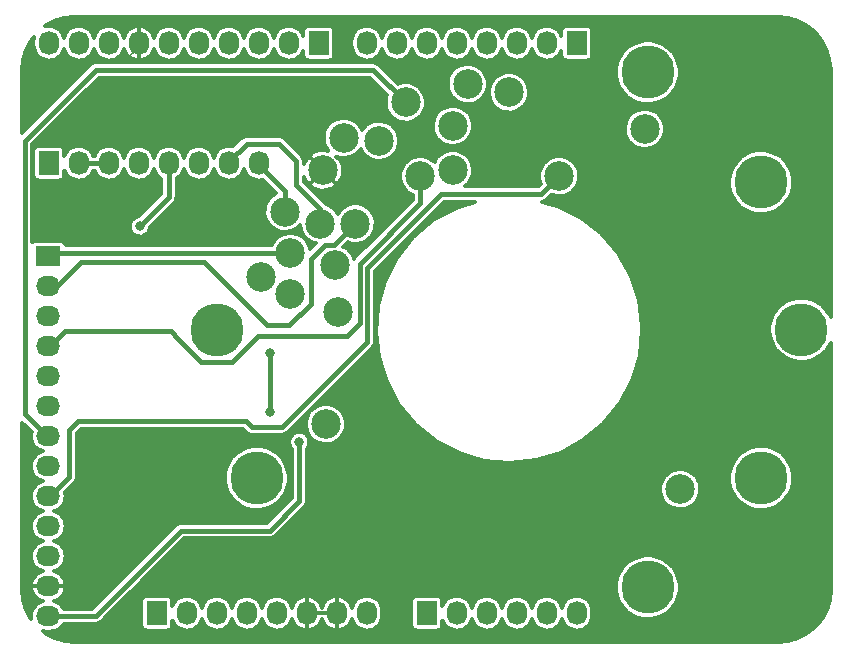
<source format=gtl>
G04 #@! TF.FileFunction,Copper,L1,Top,Signal*
%FSLAX46Y46*%
G04 Gerber Fmt 4.6, Leading zero omitted, Abs format (unit mm)*
G04 Created by KiCad (PCBNEW (2016-05-05 BZR 6775)-product) date 2016 August 31, Wednesday 02:40:09*
%MOMM*%
%LPD*%
G01*
G04 APERTURE LIST*
%ADD10C,0.020000*%
%ADD11R,1.727200X2.032000*%
%ADD12O,1.727200X2.032000*%
%ADD13C,4.500000*%
%ADD14C,2.500000*%
%ADD15R,2.032000X1.727200*%
%ADD16O,2.032000X1.727200*%
%ADD17C,0.800000*%
%ADD18C,0.200000*%
%ADD19C,0.400000*%
%ADD20C,0.300000*%
G04 APERTURE END LIST*
D10*
D11*
X99060000Y-149899000D03*
D12*
X101600000Y-149899000D03*
X104140000Y-149899000D03*
X106680000Y-149899000D03*
X109220000Y-149899000D03*
X111760000Y-149899000D03*
X114300000Y-149899000D03*
X116840000Y-149899000D03*
D11*
X121920000Y-149899000D03*
D12*
X124460000Y-149899000D03*
X127000000Y-149899000D03*
X129540000Y-149899000D03*
X132080000Y-149899000D03*
X134620000Y-149899000D03*
D11*
X134620000Y-101639000D03*
D12*
X132080000Y-101639000D03*
X129540000Y-101639000D03*
X127000000Y-101639000D03*
X124460000Y-101639000D03*
X121920000Y-101639000D03*
X119380000Y-101639000D03*
X116840000Y-101639000D03*
D11*
X112776000Y-101639000D03*
D12*
X110236000Y-101639000D03*
X107696000Y-101639000D03*
X105156000Y-101639000D03*
X102616000Y-101639000D03*
X100076000Y-101639000D03*
X97536000Y-101639000D03*
X94996000Y-101639000D03*
X92456000Y-101639000D03*
X89916000Y-101639000D03*
D11*
X89916000Y-111799000D03*
D12*
X92456000Y-111799000D03*
X94996000Y-111799000D03*
X97536000Y-111799000D03*
X100076000Y-111799000D03*
X102616000Y-111799000D03*
X105156000Y-111799000D03*
X107696000Y-111799000D03*
D13*
X107520000Y-138450000D03*
X104120000Y-125900000D03*
X153620000Y-125900000D03*
D14*
X114370000Y-124400000D03*
X112870000Y-116900000D03*
X110370000Y-122900000D03*
X107870000Y-121400000D03*
X109870000Y-115900000D03*
X114120000Y-120400000D03*
X113370000Y-133900000D03*
X143370000Y-139400000D03*
X140370000Y-108900000D03*
X113120000Y-112400000D03*
X110370000Y-119400000D03*
X115870000Y-116900000D03*
X121370000Y-112900000D03*
X114870000Y-109650000D03*
X117870000Y-109900000D03*
X120120000Y-106650000D03*
X124120000Y-112400000D03*
X133120000Y-112900000D03*
X124120000Y-108650000D03*
D13*
X150220000Y-113400000D03*
X140620000Y-147700000D03*
X140620000Y-104100000D03*
X150220000Y-138450000D03*
D15*
X89870000Y-119670000D03*
D16*
X89870000Y-122210000D03*
X89870000Y-124750000D03*
X89870000Y-127290000D03*
X89870000Y-129830000D03*
X89870000Y-132370000D03*
X89870000Y-134910000D03*
X89870000Y-137450000D03*
X89870000Y-139990000D03*
X89870000Y-142530000D03*
X89870000Y-145070000D03*
X89870000Y-147610000D03*
X89870000Y-150150000D03*
D14*
X125370000Y-105100000D03*
X128870000Y-105800000D03*
D17*
X107120000Y-114900000D03*
X103120000Y-115900000D03*
X101120000Y-114900000D03*
X99120000Y-117900000D03*
X90620000Y-116400000D03*
X95120000Y-115400000D03*
X96120000Y-118400000D03*
X96120000Y-105400000D03*
X103620000Y-105400000D03*
X111120000Y-107900000D03*
X88620000Y-105400000D03*
X136120000Y-107900000D03*
X136120000Y-115400000D03*
X141120000Y-120400000D03*
X141120000Y-125400000D03*
X138620000Y-132900000D03*
X133620000Y-137900000D03*
X128620000Y-137900000D03*
X121120000Y-137900000D03*
X116120000Y-130400000D03*
X116120000Y-135400000D03*
X113620000Y-140400000D03*
X143620000Y-150400000D03*
X146120000Y-142900000D03*
X148620000Y-145400000D03*
X153620000Y-150400000D03*
X153620000Y-142900000D03*
X153620000Y-135400000D03*
X153620000Y-130400000D03*
X148620000Y-122900000D03*
X153620000Y-120400000D03*
X153620000Y-115400000D03*
X153620000Y-107900000D03*
X148620000Y-105400000D03*
X143620000Y-107900000D03*
X143620000Y-112900000D03*
X146120000Y-117900000D03*
X146120000Y-125400000D03*
X146120000Y-132900000D03*
X141120000Y-137900000D03*
X136120000Y-145400000D03*
X131120000Y-145400000D03*
X123620000Y-145400000D03*
X116120000Y-145400000D03*
X108620000Y-145400000D03*
X101120000Y-145400000D03*
X93620000Y-145400000D03*
X97620000Y-117150000D03*
X111120000Y-135400000D03*
X108620000Y-132900000D03*
X108620000Y-127900000D03*
X128620000Y-105150000D03*
D18*
X99120000Y-117900000D02*
X98620000Y-117900000D01*
X107120000Y-114900000D02*
X106120000Y-115900000D01*
X106120000Y-115900000D02*
X103120000Y-115900000D01*
X101120000Y-114900000D02*
X99120000Y-116900000D01*
X99120000Y-116900000D02*
X99120000Y-117900000D01*
X94120000Y-116400000D02*
X90620000Y-116400000D01*
X95120000Y-115400000D02*
X94120000Y-116400000D01*
X98120000Y-118400000D02*
X96120000Y-118400000D01*
X98620000Y-117900000D02*
X98120000Y-118400000D01*
X108620000Y-105400000D02*
X103620000Y-105400000D01*
X111120000Y-107900000D02*
X108620000Y-105400000D01*
X97536000Y-101639000D02*
X97536000Y-101933998D01*
X97536000Y-101933998D02*
X96120000Y-103349998D01*
X96120000Y-103349998D02*
X90670002Y-103349998D01*
X90670002Y-103349998D02*
X88620000Y-105400000D01*
X108620000Y-145400000D02*
X113620000Y-140400000D01*
X136120000Y-115400000D02*
X136120000Y-107900000D01*
X141120000Y-125400000D02*
X141120000Y-120400000D01*
X133620000Y-137900000D02*
X138620000Y-132900000D01*
X121120000Y-137900000D02*
X128620000Y-137900000D01*
X116120000Y-135400000D02*
X116120000Y-130400000D01*
X89870000Y-147610000D02*
X91410000Y-147610000D01*
X143620000Y-145400000D02*
X143620000Y-150400000D01*
X146120000Y-142900000D02*
X143620000Y-145400000D01*
X153620000Y-145400000D02*
X148620000Y-145400000D01*
X153620000Y-150400000D02*
X153620000Y-145400000D01*
X153620000Y-135400000D02*
X153620000Y-142900000D01*
X151120000Y-130400000D02*
X153620000Y-130400000D01*
X148620000Y-127900000D02*
X151120000Y-130400000D01*
X148620000Y-122900000D02*
X148620000Y-127900000D01*
X153620000Y-115400000D02*
X153620000Y-120400000D01*
X151120000Y-107900000D02*
X153620000Y-107900000D01*
X148620000Y-105400000D02*
X151120000Y-107900000D01*
X143620000Y-112900000D02*
X143620000Y-107900000D01*
X146120000Y-125400000D02*
X146120000Y-117900000D01*
X141120000Y-137900000D02*
X146120000Y-132900000D01*
X131120000Y-145400000D02*
X136120000Y-145400000D01*
X116120000Y-145400000D02*
X123620000Y-145400000D01*
X101120000Y-145400000D02*
X108620000Y-145400000D01*
X91410000Y-147610000D02*
X93620000Y-145400000D01*
D19*
X97620000Y-117150000D02*
X100076000Y-114694000D01*
X100076000Y-114694000D02*
X100076000Y-111799000D01*
X112870000Y-116900000D02*
X112870000Y-115650000D01*
X112870000Y-115650000D02*
X110870000Y-113650000D01*
X110870000Y-113650000D02*
X110870000Y-111650000D01*
X110870000Y-111650000D02*
X109370000Y-110150000D01*
X109370000Y-110150000D02*
X106652600Y-110150000D01*
X106652600Y-110150000D02*
X105156000Y-111646600D01*
X105156000Y-111646600D02*
X105156000Y-111799000D01*
X109870000Y-115900000D02*
X109870000Y-114125400D01*
X109870000Y-114125400D02*
X107696000Y-111951400D01*
X107696000Y-111951400D02*
X107696000Y-111799000D01*
X93870000Y-150150000D02*
X101120000Y-142900000D01*
X101120000Y-142900000D02*
X108620000Y-142900000D01*
X108620000Y-142900000D02*
X111120000Y-140400000D01*
X111120000Y-140400000D02*
X111120000Y-135400000D01*
X108620000Y-132900000D02*
X108620000Y-127900000D01*
X93870000Y-150150000D02*
X89870000Y-150150000D01*
X92456000Y-111799000D02*
X94996000Y-111799000D01*
X90040011Y-119499989D02*
X89870000Y-119670000D01*
X110370000Y-119400000D02*
X90140000Y-119400000D01*
X90140000Y-119400000D02*
X90040011Y-119499989D01*
X112070001Y-119933997D02*
X112070001Y-123716001D01*
X115870000Y-116900000D02*
X114070001Y-118699999D01*
X114070001Y-118699999D02*
X113303999Y-118699999D01*
X113303999Y-118699999D02*
X112070001Y-119933997D01*
X112070001Y-123716001D02*
X110286002Y-125500000D01*
X110286002Y-125500000D02*
X108420000Y-125500000D01*
X108420000Y-125500000D02*
X103070000Y-120150000D01*
X103070000Y-120150000D02*
X92620000Y-120150000D01*
X92620000Y-120150000D02*
X90560000Y-122210000D01*
X90560000Y-122210000D02*
X89870000Y-122210000D01*
X89870000Y-127290000D02*
X90022400Y-127290000D01*
X90022400Y-127290000D02*
X91286000Y-126026400D01*
X91286000Y-126026400D02*
X100246400Y-126026400D01*
X100246400Y-126026400D02*
X100870000Y-126650000D01*
X100870000Y-126650000D02*
X100873998Y-126650000D01*
X105416001Y-128600001D02*
X107616002Y-126400000D01*
X107616002Y-126400000D02*
X115120000Y-126400000D01*
X100873998Y-126650000D02*
X102823999Y-128600001D01*
X102823999Y-128600001D02*
X105416001Y-128600001D01*
X115120000Y-126400000D02*
X116219989Y-125300011D01*
X116219989Y-125300011D02*
X116219989Y-120300011D01*
X116219989Y-120300011D02*
X121370000Y-115150000D01*
X121370000Y-115150000D02*
X121370000Y-114667766D01*
X121370000Y-114667766D02*
X121370000Y-112900000D01*
X120120000Y-106650000D02*
X117370000Y-103900000D01*
X117370000Y-103900000D02*
X93870000Y-103900000D01*
X93870000Y-103900000D02*
X87870000Y-109900000D01*
X87870000Y-109900000D02*
X87870000Y-133062400D01*
X87870000Y-133062400D02*
X89717600Y-134910000D01*
X89717600Y-134910000D02*
X89870000Y-134910000D01*
X89870000Y-139990000D02*
X90022400Y-139990000D01*
X90022400Y-139990000D02*
X91620000Y-138392400D01*
X91620000Y-138392400D02*
X91620000Y-134400000D01*
X91620000Y-134400000D02*
X92370000Y-133650000D01*
X92370000Y-133650000D02*
X106620000Y-133650000D01*
X107120000Y-134150000D02*
X109620000Y-134150000D01*
X109620000Y-134150000D02*
X116870000Y-126900000D01*
X106620000Y-133650000D02*
X107120000Y-134150000D01*
X116870000Y-126900000D02*
X116870000Y-120650000D01*
X116870000Y-120650000D02*
X123120000Y-114400000D01*
X123120000Y-114400000D02*
X131620000Y-114400000D01*
X131620000Y-114400000D02*
X131870001Y-114149999D01*
X131870001Y-114149999D02*
X133120000Y-112900000D01*
D20*
G36*
X152488706Y-99512694D02*
X153324333Y-99764985D01*
X154095034Y-100174774D01*
X154771466Y-100726459D01*
X155327854Y-101399017D01*
X155743017Y-102166844D01*
X156001133Y-103000682D01*
X156094974Y-103893522D01*
X156095000Y-103900977D01*
X156095000Y-124819192D01*
X156015493Y-124626294D01*
X155722474Y-124185264D01*
X155349372Y-123809548D01*
X154910399Y-123513457D01*
X154422275Y-123308269D01*
X153903592Y-123201798D01*
X153374108Y-123198102D01*
X152853990Y-123297320D01*
X152363048Y-123495673D01*
X151919984Y-123785606D01*
X151541672Y-124156076D01*
X151242524Y-124592971D01*
X151033933Y-125079651D01*
X150923844Y-125597578D01*
X150916451Y-126127023D01*
X151012035Y-126647822D01*
X151206956Y-127140136D01*
X151493789Y-127585214D01*
X151861609Y-127966102D01*
X152296406Y-128268293D01*
X152781617Y-128480277D01*
X153298762Y-128593979D01*
X153828144Y-128605068D01*
X154349597Y-128513122D01*
X154843260Y-128321642D01*
X155290329Y-128037924D01*
X155673776Y-127672772D01*
X155978995Y-127240096D01*
X156095000Y-126979544D01*
X156095000Y-147874327D01*
X156007306Y-148768706D01*
X155755015Y-149604331D01*
X155345226Y-150375034D01*
X154793543Y-151051464D01*
X154120980Y-151607857D01*
X153353153Y-152023019D01*
X152519318Y-152281133D01*
X151626479Y-152374974D01*
X151619023Y-152375000D01*
X92145673Y-152375000D01*
X91251294Y-152287306D01*
X90415669Y-152035015D01*
X89644966Y-151625226D01*
X89395177Y-151421503D01*
X89437394Y-151434895D01*
X89692166Y-151463472D01*
X89710507Y-151463600D01*
X90029493Y-151463600D01*
X90284639Y-151438583D01*
X90530067Y-151364484D01*
X90756428Y-151244125D01*
X90955100Y-151082092D01*
X91118517Y-150884556D01*
X91164236Y-150800000D01*
X93870000Y-150800000D01*
X93929778Y-150794139D01*
X93989568Y-150788908D01*
X93992850Y-150787955D01*
X93996252Y-150787621D01*
X94053735Y-150770266D01*
X94111389Y-150753516D01*
X94114424Y-150751943D01*
X94117696Y-150750955D01*
X94170731Y-150722756D01*
X94224015Y-150695136D01*
X94226684Y-150693005D01*
X94229705Y-150691399D01*
X94276232Y-150653452D01*
X94323158Y-150615992D01*
X94327913Y-150611302D01*
X94328012Y-150611221D01*
X94328088Y-150611129D01*
X94329619Y-150609619D01*
X96056238Y-148883000D01*
X97744223Y-148883000D01*
X97744223Y-150915000D01*
X97752911Y-151003215D01*
X97778643Y-151088041D01*
X97820429Y-151166216D01*
X97876663Y-151234737D01*
X97945184Y-151290971D01*
X98023359Y-151332757D01*
X98108185Y-151358489D01*
X98196400Y-151367177D01*
X99923600Y-151367177D01*
X100011815Y-151358489D01*
X100096641Y-151332757D01*
X100174816Y-151290971D01*
X100243337Y-151234737D01*
X100299571Y-151166216D01*
X100341357Y-151088041D01*
X100367089Y-151003215D01*
X100375777Y-150915000D01*
X100375777Y-150526810D01*
X100385516Y-150559067D01*
X100505875Y-150785428D01*
X100667908Y-150984100D01*
X100865444Y-151147517D01*
X101090960Y-151269452D01*
X101335864Y-151345263D01*
X101590829Y-151372061D01*
X101846144Y-151348826D01*
X102092083Y-151276442D01*
X102319279Y-151157667D01*
X102519078Y-150997024D01*
X102683869Y-150800634D01*
X102807376Y-150575975D01*
X102870522Y-150376916D01*
X102925516Y-150559067D01*
X103045875Y-150785428D01*
X103207908Y-150984100D01*
X103405444Y-151147517D01*
X103630960Y-151269452D01*
X103875864Y-151345263D01*
X104130829Y-151372061D01*
X104386144Y-151348826D01*
X104632083Y-151276442D01*
X104859279Y-151157667D01*
X105059078Y-150997024D01*
X105223869Y-150800634D01*
X105347376Y-150575975D01*
X105410522Y-150376916D01*
X105465516Y-150559067D01*
X105585875Y-150785428D01*
X105747908Y-150984100D01*
X105945444Y-151147517D01*
X106170960Y-151269452D01*
X106415864Y-151345263D01*
X106670829Y-151372061D01*
X106926144Y-151348826D01*
X107172083Y-151276442D01*
X107399279Y-151157667D01*
X107599078Y-150997024D01*
X107763869Y-150800634D01*
X107887376Y-150575975D01*
X107950522Y-150376916D01*
X108005516Y-150559067D01*
X108125875Y-150785428D01*
X108287908Y-150984100D01*
X108485444Y-151147517D01*
X108710960Y-151269452D01*
X108955864Y-151345263D01*
X109210829Y-151372061D01*
X109466144Y-151348826D01*
X109712083Y-151276442D01*
X109939279Y-151157667D01*
X110139078Y-150997024D01*
X110303869Y-150800634D01*
X110427376Y-150575975D01*
X110491476Y-150373907D01*
X110548305Y-150558713D01*
X110670559Y-150785355D01*
X110834680Y-150983792D01*
X111034360Y-151146397D01*
X111261926Y-151266922D01*
X111508633Y-151340736D01*
X111549571Y-151348035D01*
X111755000Y-151252490D01*
X111755000Y-149904000D01*
X111765000Y-149904000D01*
X111765000Y-151252490D01*
X111970429Y-151348035D01*
X112011367Y-151340736D01*
X112258074Y-151266922D01*
X112485640Y-151146397D01*
X112685320Y-150983792D01*
X112849441Y-150785355D01*
X112971695Y-150558713D01*
X113030000Y-150369107D01*
X113088305Y-150558713D01*
X113210559Y-150785355D01*
X113374680Y-150983792D01*
X113574360Y-151146397D01*
X113801926Y-151266922D01*
X114048633Y-151340736D01*
X114089571Y-151348035D01*
X114295000Y-151252490D01*
X114295000Y-149904000D01*
X111765000Y-149904000D01*
X111755000Y-149904000D01*
X111735000Y-149904000D01*
X111735000Y-149894000D01*
X111755000Y-149894000D01*
X111755000Y-148545510D01*
X111765000Y-148545510D01*
X111765000Y-149894000D01*
X114295000Y-149894000D01*
X114295000Y-148545510D01*
X114305000Y-148545510D01*
X114305000Y-149894000D01*
X114325000Y-149894000D01*
X114325000Y-149904000D01*
X114305000Y-149904000D01*
X114305000Y-151252490D01*
X114510429Y-151348035D01*
X114551367Y-151340736D01*
X114798074Y-151266922D01*
X115025640Y-151146397D01*
X115225320Y-150983792D01*
X115389441Y-150785355D01*
X115511695Y-150558713D01*
X115569073Y-150372120D01*
X115625516Y-150559067D01*
X115745875Y-150785428D01*
X115907908Y-150984100D01*
X116105444Y-151147517D01*
X116330960Y-151269452D01*
X116575864Y-151345263D01*
X116830829Y-151372061D01*
X117086144Y-151348826D01*
X117332083Y-151276442D01*
X117559279Y-151157667D01*
X117759078Y-150997024D01*
X117923869Y-150800634D01*
X118047376Y-150575975D01*
X118124895Y-150331606D01*
X118153472Y-150076834D01*
X118153600Y-150058493D01*
X118153600Y-149739507D01*
X118128583Y-149484361D01*
X118054484Y-149238933D01*
X117934125Y-149012572D01*
X117828449Y-148883000D01*
X120604223Y-148883000D01*
X120604223Y-150915000D01*
X120612911Y-151003215D01*
X120638643Y-151088041D01*
X120680429Y-151166216D01*
X120736663Y-151234737D01*
X120805184Y-151290971D01*
X120883359Y-151332757D01*
X120968185Y-151358489D01*
X121056400Y-151367177D01*
X122783600Y-151367177D01*
X122871815Y-151358489D01*
X122956641Y-151332757D01*
X123034816Y-151290971D01*
X123103337Y-151234737D01*
X123159571Y-151166216D01*
X123201357Y-151088041D01*
X123227089Y-151003215D01*
X123235777Y-150915000D01*
X123235777Y-150526810D01*
X123245516Y-150559067D01*
X123365875Y-150785428D01*
X123527908Y-150984100D01*
X123725444Y-151147517D01*
X123950960Y-151269452D01*
X124195864Y-151345263D01*
X124450829Y-151372061D01*
X124706144Y-151348826D01*
X124952083Y-151276442D01*
X125179279Y-151157667D01*
X125379078Y-150997024D01*
X125543869Y-150800634D01*
X125667376Y-150575975D01*
X125730522Y-150376916D01*
X125785516Y-150559067D01*
X125905875Y-150785428D01*
X126067908Y-150984100D01*
X126265444Y-151147517D01*
X126490960Y-151269452D01*
X126735864Y-151345263D01*
X126990829Y-151372061D01*
X127246144Y-151348826D01*
X127492083Y-151276442D01*
X127719279Y-151157667D01*
X127919078Y-150997024D01*
X128083869Y-150800634D01*
X128207376Y-150575975D01*
X128270522Y-150376916D01*
X128325516Y-150559067D01*
X128445875Y-150785428D01*
X128607908Y-150984100D01*
X128805444Y-151147517D01*
X129030960Y-151269452D01*
X129275864Y-151345263D01*
X129530829Y-151372061D01*
X129786144Y-151348826D01*
X130032083Y-151276442D01*
X130259279Y-151157667D01*
X130459078Y-150997024D01*
X130623869Y-150800634D01*
X130747376Y-150575975D01*
X130810522Y-150376916D01*
X130865516Y-150559067D01*
X130985875Y-150785428D01*
X131147908Y-150984100D01*
X131345444Y-151147517D01*
X131570960Y-151269452D01*
X131815864Y-151345263D01*
X132070829Y-151372061D01*
X132326144Y-151348826D01*
X132572083Y-151276442D01*
X132799279Y-151157667D01*
X132999078Y-150997024D01*
X133163869Y-150800634D01*
X133287376Y-150575975D01*
X133350522Y-150376916D01*
X133405516Y-150559067D01*
X133525875Y-150785428D01*
X133687908Y-150984100D01*
X133885444Y-151147517D01*
X134110960Y-151269452D01*
X134355864Y-151345263D01*
X134610829Y-151372061D01*
X134866144Y-151348826D01*
X135112083Y-151276442D01*
X135339279Y-151157667D01*
X135539078Y-150997024D01*
X135703869Y-150800634D01*
X135827376Y-150575975D01*
X135904895Y-150331606D01*
X135933472Y-150076834D01*
X135933600Y-150058493D01*
X135933600Y-149739507D01*
X135908583Y-149484361D01*
X135834484Y-149238933D01*
X135714125Y-149012572D01*
X135552092Y-148813900D01*
X135354556Y-148650483D01*
X135129040Y-148528548D01*
X134884136Y-148452737D01*
X134629171Y-148425939D01*
X134373856Y-148449174D01*
X134127917Y-148521558D01*
X133900721Y-148640333D01*
X133700922Y-148800976D01*
X133536131Y-148997366D01*
X133412624Y-149222025D01*
X133349478Y-149421084D01*
X133294484Y-149238933D01*
X133174125Y-149012572D01*
X133012092Y-148813900D01*
X132814556Y-148650483D01*
X132589040Y-148528548D01*
X132344136Y-148452737D01*
X132089171Y-148425939D01*
X131833856Y-148449174D01*
X131587917Y-148521558D01*
X131360721Y-148640333D01*
X131160922Y-148800976D01*
X130996131Y-148997366D01*
X130872624Y-149222025D01*
X130809478Y-149421084D01*
X130754484Y-149238933D01*
X130634125Y-149012572D01*
X130472092Y-148813900D01*
X130274556Y-148650483D01*
X130049040Y-148528548D01*
X129804136Y-148452737D01*
X129549171Y-148425939D01*
X129293856Y-148449174D01*
X129047917Y-148521558D01*
X128820721Y-148640333D01*
X128620922Y-148800976D01*
X128456131Y-148997366D01*
X128332624Y-149222025D01*
X128269478Y-149421084D01*
X128214484Y-149238933D01*
X128094125Y-149012572D01*
X127932092Y-148813900D01*
X127734556Y-148650483D01*
X127509040Y-148528548D01*
X127264136Y-148452737D01*
X127009171Y-148425939D01*
X126753856Y-148449174D01*
X126507917Y-148521558D01*
X126280721Y-148640333D01*
X126080922Y-148800976D01*
X125916131Y-148997366D01*
X125792624Y-149222025D01*
X125729478Y-149421084D01*
X125674484Y-149238933D01*
X125554125Y-149012572D01*
X125392092Y-148813900D01*
X125194556Y-148650483D01*
X124969040Y-148528548D01*
X124724136Y-148452737D01*
X124469171Y-148425939D01*
X124213856Y-148449174D01*
X123967917Y-148521558D01*
X123740721Y-148640333D01*
X123540922Y-148800976D01*
X123376131Y-148997366D01*
X123252624Y-149222025D01*
X123235777Y-149275133D01*
X123235777Y-148883000D01*
X123227089Y-148794785D01*
X123201357Y-148709959D01*
X123159571Y-148631784D01*
X123103337Y-148563263D01*
X123034816Y-148507029D01*
X122956641Y-148465243D01*
X122871815Y-148439511D01*
X122783600Y-148430823D01*
X121056400Y-148430823D01*
X120968185Y-148439511D01*
X120883359Y-148465243D01*
X120805184Y-148507029D01*
X120736663Y-148563263D01*
X120680429Y-148631784D01*
X120638643Y-148709959D01*
X120612911Y-148794785D01*
X120604223Y-148883000D01*
X117828449Y-148883000D01*
X117772092Y-148813900D01*
X117574556Y-148650483D01*
X117349040Y-148528548D01*
X117104136Y-148452737D01*
X116849171Y-148425939D01*
X116593856Y-148449174D01*
X116347917Y-148521558D01*
X116120721Y-148640333D01*
X115920922Y-148800976D01*
X115756131Y-148997366D01*
X115632624Y-149222025D01*
X115568524Y-149424093D01*
X115511695Y-149239287D01*
X115389441Y-149012645D01*
X115225320Y-148814208D01*
X115025640Y-148651603D01*
X114798074Y-148531078D01*
X114551367Y-148457264D01*
X114510429Y-148449965D01*
X114305000Y-148545510D01*
X114295000Y-148545510D01*
X114089571Y-148449965D01*
X114048633Y-148457264D01*
X113801926Y-148531078D01*
X113574360Y-148651603D01*
X113374680Y-148814208D01*
X113210559Y-149012645D01*
X113088305Y-149239287D01*
X113030000Y-149428893D01*
X112971695Y-149239287D01*
X112849441Y-149012645D01*
X112685320Y-148814208D01*
X112485640Y-148651603D01*
X112258074Y-148531078D01*
X112011367Y-148457264D01*
X111970429Y-148449965D01*
X111765000Y-148545510D01*
X111755000Y-148545510D01*
X111549571Y-148449965D01*
X111508633Y-148457264D01*
X111261926Y-148531078D01*
X111034360Y-148651603D01*
X110834680Y-148814208D01*
X110670559Y-149012645D01*
X110548305Y-149239287D01*
X110490927Y-149425880D01*
X110434484Y-149238933D01*
X110314125Y-149012572D01*
X110152092Y-148813900D01*
X109954556Y-148650483D01*
X109729040Y-148528548D01*
X109484136Y-148452737D01*
X109229171Y-148425939D01*
X108973856Y-148449174D01*
X108727917Y-148521558D01*
X108500721Y-148640333D01*
X108300922Y-148800976D01*
X108136131Y-148997366D01*
X108012624Y-149222025D01*
X107949478Y-149421084D01*
X107894484Y-149238933D01*
X107774125Y-149012572D01*
X107612092Y-148813900D01*
X107414556Y-148650483D01*
X107189040Y-148528548D01*
X106944136Y-148452737D01*
X106689171Y-148425939D01*
X106433856Y-148449174D01*
X106187917Y-148521558D01*
X105960721Y-148640333D01*
X105760922Y-148800976D01*
X105596131Y-148997366D01*
X105472624Y-149222025D01*
X105409478Y-149421084D01*
X105354484Y-149238933D01*
X105234125Y-149012572D01*
X105072092Y-148813900D01*
X104874556Y-148650483D01*
X104649040Y-148528548D01*
X104404136Y-148452737D01*
X104149171Y-148425939D01*
X103893856Y-148449174D01*
X103647917Y-148521558D01*
X103420721Y-148640333D01*
X103220922Y-148800976D01*
X103056131Y-148997366D01*
X102932624Y-149222025D01*
X102869478Y-149421084D01*
X102814484Y-149238933D01*
X102694125Y-149012572D01*
X102532092Y-148813900D01*
X102334556Y-148650483D01*
X102109040Y-148528548D01*
X101864136Y-148452737D01*
X101609171Y-148425939D01*
X101353856Y-148449174D01*
X101107917Y-148521558D01*
X100880721Y-148640333D01*
X100680922Y-148800976D01*
X100516131Y-148997366D01*
X100392624Y-149222025D01*
X100375777Y-149275133D01*
X100375777Y-148883000D01*
X100367089Y-148794785D01*
X100341357Y-148709959D01*
X100299571Y-148631784D01*
X100243337Y-148563263D01*
X100174816Y-148507029D01*
X100096641Y-148465243D01*
X100011815Y-148439511D01*
X99923600Y-148430823D01*
X98196400Y-148430823D01*
X98108185Y-148439511D01*
X98023359Y-148465243D01*
X97945184Y-148507029D01*
X97876663Y-148563263D01*
X97820429Y-148631784D01*
X97778643Y-148709959D01*
X97752911Y-148794785D01*
X97744223Y-148883000D01*
X96056238Y-148883000D01*
X97012215Y-147927023D01*
X137916451Y-147927023D01*
X138012035Y-148447822D01*
X138206956Y-148940136D01*
X138493789Y-149385214D01*
X138861609Y-149766102D01*
X139296406Y-150068293D01*
X139781617Y-150280277D01*
X140298762Y-150393979D01*
X140828144Y-150405068D01*
X141349597Y-150313122D01*
X141843260Y-150121642D01*
X142290329Y-149837924D01*
X142673776Y-149472772D01*
X142978995Y-149040096D01*
X143194361Y-148556376D01*
X143311671Y-148040037D01*
X143320116Y-147435251D01*
X143217269Y-146915838D01*
X143015493Y-146426294D01*
X142722474Y-145985264D01*
X142349372Y-145609548D01*
X141910399Y-145313457D01*
X141422275Y-145108269D01*
X140903592Y-145001798D01*
X140374108Y-144998102D01*
X139853990Y-145097320D01*
X139363048Y-145295673D01*
X138919984Y-145585606D01*
X138541672Y-145956076D01*
X138242524Y-146392971D01*
X138033933Y-146879651D01*
X137923844Y-147397578D01*
X137916451Y-147927023D01*
X97012215Y-147927023D01*
X101389239Y-143550000D01*
X108620000Y-143550000D01*
X108679778Y-143544139D01*
X108739568Y-143538908D01*
X108742850Y-143537955D01*
X108746252Y-143537621D01*
X108803735Y-143520266D01*
X108861389Y-143503516D01*
X108864424Y-143501943D01*
X108867696Y-143500955D01*
X108920731Y-143472756D01*
X108974015Y-143445136D01*
X108976684Y-143443005D01*
X108979705Y-143441399D01*
X109026232Y-143403452D01*
X109073158Y-143365992D01*
X109077913Y-143361302D01*
X109078012Y-143361221D01*
X109078088Y-143361129D01*
X109079619Y-143359619D01*
X111579619Y-140859619D01*
X111617704Y-140813254D01*
X111656324Y-140767229D01*
X111657972Y-140764231D01*
X111660140Y-140761592D01*
X111688514Y-140708676D01*
X111717438Y-140656062D01*
X111718471Y-140652806D01*
X111720087Y-140649792D01*
X111737653Y-140592336D01*
X111755796Y-140535143D01*
X111756177Y-140531749D01*
X111757177Y-140528477D01*
X111763246Y-140468729D01*
X111769937Y-140409075D01*
X111769983Y-140402393D01*
X111769996Y-140402269D01*
X111769985Y-140402153D01*
X111770000Y-140400000D01*
X111770000Y-139542941D01*
X141667765Y-139542941D01*
X141727948Y-139870851D01*
X141850676Y-140180827D01*
X142031274Y-140461061D01*
X142262865Y-140700880D01*
X142536625Y-140891148D01*
X142842129Y-141024619D01*
X143167739Y-141096209D01*
X143501053Y-141103191D01*
X143829376Y-141045299D01*
X144140201Y-140924738D01*
X144421689Y-140746100D01*
X144663119Y-140516190D01*
X144855294Y-140243764D01*
X144990895Y-139939200D01*
X145064756Y-139614097D01*
X145070073Y-139233306D01*
X145005318Y-138906268D01*
X144910831Y-138677023D01*
X147516451Y-138677023D01*
X147612035Y-139197822D01*
X147806956Y-139690136D01*
X148093789Y-140135214D01*
X148461609Y-140516102D01*
X148896406Y-140818293D01*
X149381617Y-141030277D01*
X149898762Y-141143979D01*
X150428144Y-141155068D01*
X150949597Y-141063122D01*
X151443260Y-140871642D01*
X151890329Y-140587924D01*
X152273776Y-140222772D01*
X152578995Y-139790096D01*
X152794361Y-139306376D01*
X152911671Y-138790037D01*
X152920116Y-138185251D01*
X152817269Y-137665838D01*
X152615493Y-137176294D01*
X152322474Y-136735264D01*
X151949372Y-136359548D01*
X151510399Y-136063457D01*
X151022275Y-135858269D01*
X150503592Y-135751798D01*
X149974108Y-135748102D01*
X149453990Y-135847320D01*
X148963048Y-136045673D01*
X148519984Y-136335606D01*
X148141672Y-136706076D01*
X147842524Y-137142971D01*
X147633933Y-137629651D01*
X147523844Y-138147578D01*
X147516451Y-138677023D01*
X144910831Y-138677023D01*
X144878274Y-138598036D01*
X144693780Y-138320351D01*
X144458864Y-138083789D01*
X144182474Y-137897361D01*
X143875136Y-137768169D01*
X143548558Y-137701132D01*
X143215179Y-137698804D01*
X142887697Y-137761275D01*
X142578586Y-137886164D01*
X142299619Y-138068715D01*
X142061423Y-138301973D01*
X141873070Y-138577056D01*
X141741735Y-138883484D01*
X141672420Y-139209586D01*
X141667765Y-139542941D01*
X111770000Y-139542941D01*
X111770000Y-135953217D01*
X111862647Y-135821882D01*
X111930447Y-135669600D01*
X111967378Y-135507049D01*
X111970037Y-135316653D01*
X111937659Y-135153134D01*
X111874137Y-134999018D01*
X111781890Y-134860176D01*
X111664432Y-134741895D01*
X111526237Y-134648681D01*
X111372568Y-134584084D01*
X111209279Y-134550566D01*
X111042590Y-134549402D01*
X110878848Y-134580637D01*
X110724293Y-134643082D01*
X110584810Y-134734357D01*
X110465711Y-134850987D01*
X110371535Y-134988528D01*
X110305867Y-135141742D01*
X110271210Y-135304793D01*
X110268882Y-135471470D01*
X110298974Y-135635425D01*
X110360338Y-135790413D01*
X110450637Y-135930530D01*
X110470000Y-135950581D01*
X110470000Y-140130762D01*
X108350762Y-142250000D01*
X101120000Y-142250000D01*
X101060226Y-142255861D01*
X101000432Y-142261092D01*
X100997150Y-142262045D01*
X100993748Y-142262379D01*
X100936232Y-142279744D01*
X100878610Y-142296485D01*
X100875579Y-142298056D01*
X100872304Y-142299045D01*
X100819252Y-142327253D01*
X100765985Y-142354864D01*
X100763316Y-142356995D01*
X100760295Y-142358601D01*
X100713768Y-142396548D01*
X100666842Y-142434008D01*
X100662083Y-142438702D01*
X100661988Y-142438779D01*
X100661915Y-142438867D01*
X100660380Y-142440381D01*
X93600762Y-149500000D01*
X91164885Y-149500000D01*
X91128667Y-149430721D01*
X90968024Y-149230922D01*
X90771634Y-149066131D01*
X90546975Y-148942624D01*
X90344907Y-148878524D01*
X90529713Y-148821695D01*
X90756355Y-148699441D01*
X90954792Y-148535320D01*
X91117397Y-148335640D01*
X91237922Y-148108074D01*
X91311736Y-147861367D01*
X91319035Y-147820429D01*
X91223490Y-147615000D01*
X89875000Y-147615000D01*
X89875000Y-147635000D01*
X89865000Y-147635000D01*
X89865000Y-147615000D01*
X88516510Y-147615000D01*
X88420965Y-147820429D01*
X88428264Y-147861367D01*
X88502078Y-148108074D01*
X88622603Y-148335640D01*
X88785208Y-148535320D01*
X88983645Y-148699441D01*
X89210287Y-148821695D01*
X89396880Y-148879073D01*
X89209933Y-148935516D01*
X88983572Y-149055875D01*
X88784900Y-149217908D01*
X88621483Y-149415444D01*
X88499548Y-149640960D01*
X88423737Y-149885864D01*
X88396939Y-150140829D01*
X88420174Y-150396144D01*
X88426818Y-150418719D01*
X88412143Y-150400980D01*
X87996981Y-149633153D01*
X87738867Y-148799318D01*
X87645026Y-147906479D01*
X87645000Y-147899023D01*
X87645000Y-133756638D01*
X88449855Y-134561493D01*
X88423737Y-134645864D01*
X88396939Y-134900829D01*
X88420174Y-135156144D01*
X88492558Y-135402083D01*
X88611333Y-135629279D01*
X88771976Y-135829078D01*
X88968366Y-135993869D01*
X89193025Y-136117376D01*
X89392084Y-136180522D01*
X89209933Y-136235516D01*
X88983572Y-136355875D01*
X88784900Y-136517908D01*
X88621483Y-136715444D01*
X88499548Y-136940960D01*
X88423737Y-137185864D01*
X88396939Y-137440829D01*
X88420174Y-137696144D01*
X88492558Y-137942083D01*
X88611333Y-138169279D01*
X88771976Y-138369078D01*
X88968366Y-138533869D01*
X89193025Y-138657376D01*
X89392084Y-138720522D01*
X89209933Y-138775516D01*
X88983572Y-138895875D01*
X88784900Y-139057908D01*
X88621483Y-139255444D01*
X88499548Y-139480960D01*
X88423737Y-139725864D01*
X88396939Y-139980829D01*
X88420174Y-140236144D01*
X88492558Y-140482083D01*
X88611333Y-140709279D01*
X88771976Y-140909078D01*
X88968366Y-141073869D01*
X89193025Y-141197376D01*
X89392084Y-141260522D01*
X89209933Y-141315516D01*
X88983572Y-141435875D01*
X88784900Y-141597908D01*
X88621483Y-141795444D01*
X88499548Y-142020960D01*
X88423737Y-142265864D01*
X88396939Y-142520829D01*
X88420174Y-142776144D01*
X88492558Y-143022083D01*
X88611333Y-143249279D01*
X88771976Y-143449078D01*
X88968366Y-143613869D01*
X89193025Y-143737376D01*
X89392084Y-143800522D01*
X89209933Y-143855516D01*
X88983572Y-143975875D01*
X88784900Y-144137908D01*
X88621483Y-144335444D01*
X88499548Y-144560960D01*
X88423737Y-144805864D01*
X88396939Y-145060829D01*
X88420174Y-145316144D01*
X88492558Y-145562083D01*
X88611333Y-145789279D01*
X88771976Y-145989078D01*
X88968366Y-146153869D01*
X89193025Y-146277376D01*
X89395093Y-146341476D01*
X89210287Y-146398305D01*
X88983645Y-146520559D01*
X88785208Y-146684680D01*
X88622603Y-146884360D01*
X88502078Y-147111926D01*
X88428264Y-147358633D01*
X88420965Y-147399571D01*
X88516510Y-147605000D01*
X89865000Y-147605000D01*
X89865000Y-147585000D01*
X89875000Y-147585000D01*
X89875000Y-147605000D01*
X91223490Y-147605000D01*
X91319035Y-147399571D01*
X91311736Y-147358633D01*
X91237922Y-147111926D01*
X91117397Y-146884360D01*
X90954792Y-146684680D01*
X90756355Y-146520559D01*
X90529713Y-146398305D01*
X90343120Y-146340927D01*
X90530067Y-146284484D01*
X90756428Y-146164125D01*
X90955100Y-146002092D01*
X91118517Y-145804556D01*
X91240452Y-145579040D01*
X91316263Y-145334136D01*
X91343061Y-145079171D01*
X91319826Y-144823856D01*
X91247442Y-144577917D01*
X91128667Y-144350721D01*
X90968024Y-144150922D01*
X90771634Y-143986131D01*
X90546975Y-143862624D01*
X90347916Y-143799478D01*
X90530067Y-143744484D01*
X90756428Y-143624125D01*
X90955100Y-143462092D01*
X91118517Y-143264556D01*
X91240452Y-143039040D01*
X91316263Y-142794136D01*
X91343061Y-142539171D01*
X91319826Y-142283856D01*
X91247442Y-142037917D01*
X91128667Y-141810721D01*
X90968024Y-141610922D01*
X90771634Y-141446131D01*
X90546975Y-141322624D01*
X90347916Y-141259478D01*
X90530067Y-141204484D01*
X90756428Y-141084125D01*
X90955100Y-140922092D01*
X91118517Y-140724556D01*
X91240452Y-140499040D01*
X91316263Y-140254136D01*
X91343061Y-139999171D01*
X91319826Y-139743856D01*
X91289800Y-139641838D01*
X92079620Y-138852019D01*
X92117729Y-138805624D01*
X92156324Y-138759629D01*
X92157972Y-138756632D01*
X92160140Y-138753992D01*
X92188514Y-138701076D01*
X92201736Y-138677023D01*
X104816451Y-138677023D01*
X104912035Y-139197822D01*
X105106956Y-139690136D01*
X105393789Y-140135214D01*
X105761609Y-140516102D01*
X106196406Y-140818293D01*
X106681617Y-141030277D01*
X107198762Y-141143979D01*
X107728144Y-141155068D01*
X108249597Y-141063122D01*
X108743260Y-140871642D01*
X109190329Y-140587924D01*
X109573776Y-140222772D01*
X109878995Y-139790096D01*
X110094361Y-139306376D01*
X110211671Y-138790037D01*
X110220116Y-138185251D01*
X110117269Y-137665838D01*
X109915493Y-137176294D01*
X109622474Y-136735264D01*
X109249372Y-136359548D01*
X108810399Y-136063457D01*
X108322275Y-135858269D01*
X107803592Y-135751798D01*
X107274108Y-135748102D01*
X106753990Y-135847320D01*
X106263048Y-136045673D01*
X105819984Y-136335606D01*
X105441672Y-136706076D01*
X105142524Y-137142971D01*
X104933933Y-137629651D01*
X104823844Y-138147578D01*
X104816451Y-138677023D01*
X92201736Y-138677023D01*
X92217438Y-138648462D01*
X92218471Y-138645206D01*
X92220087Y-138642192D01*
X92237653Y-138584736D01*
X92255796Y-138527543D01*
X92256177Y-138524149D01*
X92257177Y-138520877D01*
X92263246Y-138461129D01*
X92269937Y-138401475D01*
X92269983Y-138394793D01*
X92269996Y-138394669D01*
X92269985Y-138394553D01*
X92270000Y-138392400D01*
X92270000Y-134669238D01*
X92639239Y-134300000D01*
X106350762Y-134300000D01*
X106660381Y-134609620D01*
X106706776Y-134647729D01*
X106752771Y-134686324D01*
X106755768Y-134687972D01*
X106758408Y-134690140D01*
X106811324Y-134718514D01*
X106863938Y-134747438D01*
X106867194Y-134748471D01*
X106870208Y-134750087D01*
X106927664Y-134767653D01*
X106984857Y-134785796D01*
X106988251Y-134786177D01*
X106991523Y-134787177D01*
X107051271Y-134793246D01*
X107110925Y-134799937D01*
X107117607Y-134799983D01*
X107117731Y-134799996D01*
X107117847Y-134799985D01*
X107120000Y-134800000D01*
X109620000Y-134800000D01*
X109679778Y-134794139D01*
X109739568Y-134788908D01*
X109742850Y-134787955D01*
X109746252Y-134787621D01*
X109803735Y-134770266D01*
X109861389Y-134753516D01*
X109864424Y-134751943D01*
X109867696Y-134750955D01*
X109920731Y-134722756D01*
X109974015Y-134695136D01*
X109976684Y-134693005D01*
X109979705Y-134691399D01*
X110026232Y-134653452D01*
X110073158Y-134615992D01*
X110077913Y-134611302D01*
X110078012Y-134611221D01*
X110078088Y-134611129D01*
X110079619Y-134609619D01*
X110646297Y-134042941D01*
X111667765Y-134042941D01*
X111727948Y-134370851D01*
X111850676Y-134680827D01*
X112031274Y-134961061D01*
X112262865Y-135200880D01*
X112536625Y-135391148D01*
X112842129Y-135524619D01*
X113167739Y-135596209D01*
X113501053Y-135603191D01*
X113829376Y-135545299D01*
X114140201Y-135424738D01*
X114421689Y-135246100D01*
X114663119Y-135016190D01*
X114855294Y-134743764D01*
X114990895Y-134439200D01*
X115064756Y-134114097D01*
X115070073Y-133733306D01*
X115005318Y-133406268D01*
X114878274Y-133098036D01*
X114693780Y-132820351D01*
X114458864Y-132583789D01*
X114182474Y-132397361D01*
X113875136Y-132268169D01*
X113548558Y-132201132D01*
X113215179Y-132198804D01*
X112887697Y-132261275D01*
X112578586Y-132386164D01*
X112299619Y-132568715D01*
X112061423Y-132801973D01*
X111873070Y-133077056D01*
X111741735Y-133383484D01*
X111672420Y-133709586D01*
X111667765Y-134042941D01*
X110646297Y-134042941D01*
X117329619Y-127359620D01*
X117367743Y-127313208D01*
X117406324Y-127267229D01*
X117407970Y-127264235D01*
X117410140Y-127261593D01*
X117438525Y-127208655D01*
X117467438Y-127156062D01*
X117468471Y-127152806D01*
X117470087Y-127149792D01*
X117487653Y-127092336D01*
X117505796Y-127035143D01*
X117506177Y-127031749D01*
X117507177Y-127028477D01*
X117513246Y-126968729D01*
X117519937Y-126909075D01*
X117519983Y-126902393D01*
X117519996Y-126902269D01*
X117519985Y-126902153D01*
X117520000Y-126900000D01*
X117520000Y-120919238D01*
X123389239Y-115050000D01*
X125950336Y-115050000D01*
X124356065Y-115568010D01*
X122435205Y-116641543D01*
X120759444Y-118067727D01*
X119392612Y-119792240D01*
X118386770Y-121749396D01*
X117780232Y-123864647D01*
X117596099Y-126057424D01*
X117841386Y-128244204D01*
X118506749Y-130341695D01*
X119566845Y-132270003D01*
X120981296Y-133955679D01*
X122696225Y-135334518D01*
X124646311Y-136353998D01*
X126757276Y-136975289D01*
X128948714Y-137174725D01*
X131137154Y-136944711D01*
X133239238Y-136294007D01*
X135174900Y-135247399D01*
X136870410Y-133844751D01*
X138261187Y-132139490D01*
X139294257Y-130196568D01*
X139930269Y-128089992D01*
X140145000Y-125900000D01*
X140140604Y-125585184D01*
X139864809Y-123402041D01*
X139170225Y-121314044D01*
X138083309Y-119400726D01*
X136645460Y-117734962D01*
X134911447Y-116380203D01*
X132947317Y-115388049D01*
X131707029Y-115041755D01*
X131739568Y-115038908D01*
X131742850Y-115037955D01*
X131746252Y-115037621D01*
X131803735Y-115020266D01*
X131861389Y-115003516D01*
X131864424Y-115001943D01*
X131867696Y-115000955D01*
X131920731Y-114972756D01*
X131974015Y-114945136D01*
X131976684Y-114943005D01*
X131979705Y-114941399D01*
X132026232Y-114903452D01*
X132073158Y-114865992D01*
X132077913Y-114861302D01*
X132078012Y-114861221D01*
X132078088Y-114861129D01*
X132079619Y-114859619D01*
X132329621Y-114609618D01*
X132329626Y-114609612D01*
X132468591Y-114470647D01*
X132592129Y-114524619D01*
X132917739Y-114596209D01*
X133251053Y-114603191D01*
X133579376Y-114545299D01*
X133890201Y-114424738D01*
X134171689Y-114246100D01*
X134413119Y-114016190D01*
X134605294Y-113743764D01*
X134657270Y-113627023D01*
X147516451Y-113627023D01*
X147612035Y-114147822D01*
X147806956Y-114640136D01*
X148093789Y-115085214D01*
X148461609Y-115466102D01*
X148896406Y-115768293D01*
X149381617Y-115980277D01*
X149898762Y-116093979D01*
X150428144Y-116105068D01*
X150949597Y-116013122D01*
X151443260Y-115821642D01*
X151890329Y-115537924D01*
X152273776Y-115172772D01*
X152578995Y-114740096D01*
X152794361Y-114256376D01*
X152911671Y-113740037D01*
X152920116Y-113135251D01*
X152817269Y-112615838D01*
X152615493Y-112126294D01*
X152322474Y-111685264D01*
X151949372Y-111309548D01*
X151510399Y-111013457D01*
X151022275Y-110808269D01*
X150503592Y-110701798D01*
X149974108Y-110698102D01*
X149453990Y-110797320D01*
X148963048Y-110995673D01*
X148519984Y-111285606D01*
X148141672Y-111656076D01*
X147842524Y-112092971D01*
X147633933Y-112579651D01*
X147523844Y-113097578D01*
X147516451Y-113627023D01*
X134657270Y-113627023D01*
X134740895Y-113439200D01*
X134814756Y-113114097D01*
X134820073Y-112733306D01*
X134755318Y-112406268D01*
X134628274Y-112098036D01*
X134443780Y-111820351D01*
X134208864Y-111583789D01*
X133932474Y-111397361D01*
X133625136Y-111268169D01*
X133298558Y-111201132D01*
X132965179Y-111198804D01*
X132637697Y-111261275D01*
X132328586Y-111386164D01*
X132049619Y-111568715D01*
X131811423Y-111801973D01*
X131623070Y-112077056D01*
X131491735Y-112383484D01*
X131422420Y-112709586D01*
X131417765Y-113042941D01*
X131477948Y-113370851D01*
X131549412Y-113551350D01*
X131410455Y-113690307D01*
X131410382Y-113690379D01*
X131350761Y-113750000D01*
X125165544Y-113750000D01*
X125171689Y-113746100D01*
X125413119Y-113516190D01*
X125605294Y-113243764D01*
X125740895Y-112939200D01*
X125814756Y-112614097D01*
X125820073Y-112233306D01*
X125755318Y-111906268D01*
X125628274Y-111598036D01*
X125443780Y-111320351D01*
X125208864Y-111083789D01*
X124932474Y-110897361D01*
X124625136Y-110768169D01*
X124298558Y-110701132D01*
X123965179Y-110698804D01*
X123637697Y-110761275D01*
X123328586Y-110886164D01*
X123049619Y-111068715D01*
X122811423Y-111301973D01*
X122623070Y-111577056D01*
X122571549Y-111697264D01*
X122458864Y-111583789D01*
X122182474Y-111397361D01*
X121875136Y-111268169D01*
X121548558Y-111201132D01*
X121215179Y-111198804D01*
X120887697Y-111261275D01*
X120578586Y-111386164D01*
X120299619Y-111568715D01*
X120061423Y-111801973D01*
X119873070Y-112077056D01*
X119741735Y-112383484D01*
X119672420Y-112709586D01*
X119667765Y-113042941D01*
X119727948Y-113370851D01*
X119850676Y-113680827D01*
X120031274Y-113961061D01*
X120262865Y-114200880D01*
X120536625Y-114391148D01*
X120720000Y-114471262D01*
X120720000Y-114880761D01*
X115760370Y-119840392D01*
X115738926Y-119866498D01*
X115628274Y-119598036D01*
X115443780Y-119320351D01*
X115208864Y-119083789D01*
X114932474Y-118897361D01*
X114833487Y-118855751D01*
X115218591Y-118470647D01*
X115342129Y-118524619D01*
X115667739Y-118596209D01*
X116001053Y-118603191D01*
X116329376Y-118545299D01*
X116640201Y-118424738D01*
X116921689Y-118246100D01*
X117163119Y-118016190D01*
X117355294Y-117743764D01*
X117490895Y-117439200D01*
X117564756Y-117114097D01*
X117570073Y-116733306D01*
X117505318Y-116406268D01*
X117378274Y-116098036D01*
X117193780Y-115820351D01*
X116958864Y-115583789D01*
X116682474Y-115397361D01*
X116375136Y-115268169D01*
X116048558Y-115201132D01*
X115715179Y-115198804D01*
X115387697Y-115261275D01*
X115078586Y-115386164D01*
X114799619Y-115568715D01*
X114561423Y-115801973D01*
X114373070Y-116077056D01*
X114369645Y-116085048D01*
X114193780Y-115820351D01*
X113958864Y-115583789D01*
X113682474Y-115397361D01*
X113402857Y-115279822D01*
X113373452Y-115243768D01*
X113335992Y-115196842D01*
X113331302Y-115192087D01*
X113331221Y-115191988D01*
X113331129Y-115191912D01*
X113329619Y-115190381D01*
X111671117Y-113531879D01*
X111995193Y-113531879D01*
X112119979Y-113784917D01*
X112409378Y-113953401D01*
X112726086Y-114062189D01*
X113057932Y-114107099D01*
X113392163Y-114086407D01*
X113715935Y-114000907D01*
X114016806Y-113853884D01*
X114120021Y-113784917D01*
X114244807Y-113531879D01*
X113120000Y-112407071D01*
X111995193Y-113531879D01*
X111671117Y-113531879D01*
X111520000Y-113380762D01*
X111520000Y-112997791D01*
X111666116Y-113296806D01*
X111735083Y-113400021D01*
X111988121Y-113524807D01*
X113112929Y-112400000D01*
X111988121Y-111275193D01*
X111735083Y-111399979D01*
X111566599Y-111689378D01*
X111520000Y-111825039D01*
X111520000Y-111650000D01*
X111514139Y-111590226D01*
X111508908Y-111530432D01*
X111507955Y-111527150D01*
X111507621Y-111523748D01*
X111490256Y-111466232D01*
X111473515Y-111408610D01*
X111471944Y-111405579D01*
X111470955Y-111402304D01*
X111442747Y-111349252D01*
X111415136Y-111295985D01*
X111413005Y-111293316D01*
X111411399Y-111290295D01*
X111393315Y-111268121D01*
X111995193Y-111268121D01*
X113120000Y-112392929D01*
X113134142Y-112378786D01*
X113141214Y-112385858D01*
X113127071Y-112400000D01*
X114251879Y-113524807D01*
X114504917Y-113400021D01*
X114673401Y-113110622D01*
X114782189Y-112793914D01*
X114827099Y-112462068D01*
X114806407Y-112127837D01*
X114720907Y-111804065D01*
X114573884Y-111503194D01*
X114504917Y-111399979D01*
X114251880Y-111275194D01*
X114279721Y-111247353D01*
X114342129Y-111274619D01*
X114667739Y-111346209D01*
X115001053Y-111353191D01*
X115329376Y-111295299D01*
X115640201Y-111174738D01*
X115921689Y-110996100D01*
X116163119Y-110766190D01*
X116304898Y-110565205D01*
X116350676Y-110680827D01*
X116531274Y-110961061D01*
X116762865Y-111200880D01*
X117036625Y-111391148D01*
X117342129Y-111524619D01*
X117667739Y-111596209D01*
X118001053Y-111603191D01*
X118329376Y-111545299D01*
X118640201Y-111424738D01*
X118921689Y-111246100D01*
X119163119Y-111016190D01*
X119355294Y-110743764D01*
X119490895Y-110439200D01*
X119564756Y-110114097D01*
X119570073Y-109733306D01*
X119505318Y-109406268D01*
X119378274Y-109098036D01*
X119193780Y-108820351D01*
X119166561Y-108792941D01*
X122417765Y-108792941D01*
X122477948Y-109120851D01*
X122600676Y-109430827D01*
X122781274Y-109711061D01*
X123012865Y-109950880D01*
X123286625Y-110141148D01*
X123592129Y-110274619D01*
X123917739Y-110346209D01*
X124251053Y-110353191D01*
X124579376Y-110295299D01*
X124890201Y-110174738D01*
X125171689Y-109996100D01*
X125413119Y-109766190D01*
X125605294Y-109493764D01*
X125740895Y-109189200D01*
X125774123Y-109042941D01*
X138667765Y-109042941D01*
X138727948Y-109370851D01*
X138850676Y-109680827D01*
X139031274Y-109961061D01*
X139262865Y-110200880D01*
X139536625Y-110391148D01*
X139842129Y-110524619D01*
X140167739Y-110596209D01*
X140501053Y-110603191D01*
X140829376Y-110545299D01*
X141140201Y-110424738D01*
X141421689Y-110246100D01*
X141663119Y-110016190D01*
X141855294Y-109743764D01*
X141990895Y-109439200D01*
X142064756Y-109114097D01*
X142070073Y-108733306D01*
X142005318Y-108406268D01*
X141878274Y-108098036D01*
X141693780Y-107820351D01*
X141458864Y-107583789D01*
X141182474Y-107397361D01*
X140875136Y-107268169D01*
X140548558Y-107201132D01*
X140215179Y-107198804D01*
X139887697Y-107261275D01*
X139578586Y-107386164D01*
X139299619Y-107568715D01*
X139061423Y-107801973D01*
X138873070Y-108077056D01*
X138741735Y-108383484D01*
X138672420Y-108709586D01*
X138667765Y-109042941D01*
X125774123Y-109042941D01*
X125814756Y-108864097D01*
X125820073Y-108483306D01*
X125755318Y-108156268D01*
X125628274Y-107848036D01*
X125443780Y-107570351D01*
X125208864Y-107333789D01*
X124932474Y-107147361D01*
X124625136Y-107018169D01*
X124298558Y-106951132D01*
X123965179Y-106948804D01*
X123637697Y-107011275D01*
X123328586Y-107136164D01*
X123049619Y-107318715D01*
X122811423Y-107551973D01*
X122623070Y-107827056D01*
X122491735Y-108133484D01*
X122422420Y-108459586D01*
X122417765Y-108792941D01*
X119166561Y-108792941D01*
X118958864Y-108583789D01*
X118682474Y-108397361D01*
X118375136Y-108268169D01*
X118048558Y-108201132D01*
X117715179Y-108198804D01*
X117387697Y-108261275D01*
X117078586Y-108386164D01*
X116799619Y-108568715D01*
X116561423Y-108801973D01*
X116435243Y-108986254D01*
X116378274Y-108848036D01*
X116193780Y-108570351D01*
X115958864Y-108333789D01*
X115682474Y-108147361D01*
X115375136Y-108018169D01*
X115048558Y-107951132D01*
X114715179Y-107948804D01*
X114387697Y-108011275D01*
X114078586Y-108136164D01*
X113799619Y-108318715D01*
X113561423Y-108551973D01*
X113373070Y-108827056D01*
X113241735Y-109133484D01*
X113172420Y-109459586D01*
X113167765Y-109792941D01*
X113227948Y-110120851D01*
X113350676Y-110430827D01*
X113531274Y-110711061D01*
X113578545Y-110760012D01*
X113513914Y-110737811D01*
X113182068Y-110692901D01*
X112847837Y-110713593D01*
X112524065Y-110799093D01*
X112223194Y-110946116D01*
X112119979Y-111015083D01*
X111995193Y-111268121D01*
X111393315Y-111268121D01*
X111373452Y-111243768D01*
X111335992Y-111196842D01*
X111331298Y-111192083D01*
X111331221Y-111191988D01*
X111331133Y-111191915D01*
X111329619Y-111190380D01*
X109829619Y-109690381D01*
X109783254Y-109652296D01*
X109737229Y-109613676D01*
X109734231Y-109612028D01*
X109731592Y-109609860D01*
X109678676Y-109581486D01*
X109626062Y-109552562D01*
X109622806Y-109551529D01*
X109619792Y-109549913D01*
X109562336Y-109532347D01*
X109505143Y-109514204D01*
X109501749Y-109513823D01*
X109498477Y-109512823D01*
X109438729Y-109506754D01*
X109379075Y-109500063D01*
X109372393Y-109500017D01*
X109372269Y-109500004D01*
X109372153Y-109500015D01*
X109370000Y-109500000D01*
X106652600Y-109500000D01*
X106592822Y-109505861D01*
X106533032Y-109511092D01*
X106529750Y-109512045D01*
X106526348Y-109512379D01*
X106468865Y-109529734D01*
X106411211Y-109546484D01*
X106408176Y-109548057D01*
X106404904Y-109549045D01*
X106351869Y-109577244D01*
X106298585Y-109604864D01*
X106295916Y-109606995D01*
X106292895Y-109608601D01*
X106246368Y-109646548D01*
X106199442Y-109684008D01*
X106194687Y-109688698D01*
X106194588Y-109688779D01*
X106194512Y-109688871D01*
X106192981Y-109690381D01*
X105504507Y-110378855D01*
X105420136Y-110352737D01*
X105165171Y-110325939D01*
X104909856Y-110349174D01*
X104663917Y-110421558D01*
X104436721Y-110540333D01*
X104236922Y-110700976D01*
X104072131Y-110897366D01*
X103948624Y-111122025D01*
X103885478Y-111321084D01*
X103830484Y-111138933D01*
X103710125Y-110912572D01*
X103548092Y-110713900D01*
X103350556Y-110550483D01*
X103125040Y-110428548D01*
X102880136Y-110352737D01*
X102625171Y-110325939D01*
X102369856Y-110349174D01*
X102123917Y-110421558D01*
X101896721Y-110540333D01*
X101696922Y-110700976D01*
X101532131Y-110897366D01*
X101408624Y-111122025D01*
X101345478Y-111321084D01*
X101290484Y-111138933D01*
X101170125Y-110912572D01*
X101008092Y-110713900D01*
X100810556Y-110550483D01*
X100585040Y-110428548D01*
X100340136Y-110352737D01*
X100085171Y-110325939D01*
X99829856Y-110349174D01*
X99583917Y-110421558D01*
X99356721Y-110540333D01*
X99156922Y-110700976D01*
X98992131Y-110897366D01*
X98868624Y-111122025D01*
X98805478Y-111321084D01*
X98750484Y-111138933D01*
X98630125Y-110912572D01*
X98468092Y-110713900D01*
X98270556Y-110550483D01*
X98045040Y-110428548D01*
X97800136Y-110352737D01*
X97545171Y-110325939D01*
X97289856Y-110349174D01*
X97043917Y-110421558D01*
X96816721Y-110540333D01*
X96616922Y-110700976D01*
X96452131Y-110897366D01*
X96328624Y-111122025D01*
X96265478Y-111321084D01*
X96210484Y-111138933D01*
X96090125Y-110912572D01*
X95928092Y-110713900D01*
X95730556Y-110550483D01*
X95505040Y-110428548D01*
X95260136Y-110352737D01*
X95005171Y-110325939D01*
X94749856Y-110349174D01*
X94503917Y-110421558D01*
X94276721Y-110540333D01*
X94076922Y-110700976D01*
X93912131Y-110897366D01*
X93788624Y-111122025D01*
X93780067Y-111149000D01*
X93673523Y-111149000D01*
X93670484Y-111138933D01*
X93550125Y-110912572D01*
X93388092Y-110713900D01*
X93190556Y-110550483D01*
X92965040Y-110428548D01*
X92720136Y-110352737D01*
X92465171Y-110325939D01*
X92209856Y-110349174D01*
X91963917Y-110421558D01*
X91736721Y-110540333D01*
X91536922Y-110700976D01*
X91372131Y-110897366D01*
X91248624Y-111122025D01*
X91231777Y-111175133D01*
X91231777Y-110783000D01*
X91223089Y-110694785D01*
X91197357Y-110609959D01*
X91155571Y-110531784D01*
X91099337Y-110463263D01*
X91030816Y-110407029D01*
X90952641Y-110365243D01*
X90867815Y-110339511D01*
X90779600Y-110330823D01*
X89052400Y-110330823D01*
X88964185Y-110339511D01*
X88879359Y-110365243D01*
X88801184Y-110407029D01*
X88732663Y-110463263D01*
X88676429Y-110531784D01*
X88634643Y-110609959D01*
X88608911Y-110694785D01*
X88600223Y-110783000D01*
X88600223Y-112815000D01*
X88608911Y-112903215D01*
X88634643Y-112988041D01*
X88676429Y-113066216D01*
X88732663Y-113134737D01*
X88801184Y-113190971D01*
X88879359Y-113232757D01*
X88964185Y-113258489D01*
X89052400Y-113267177D01*
X90779600Y-113267177D01*
X90867815Y-113258489D01*
X90952641Y-113232757D01*
X91030816Y-113190971D01*
X91099337Y-113134737D01*
X91155571Y-113066216D01*
X91197357Y-112988041D01*
X91223089Y-112903215D01*
X91231777Y-112815000D01*
X91231777Y-112426810D01*
X91241516Y-112459067D01*
X91361875Y-112685428D01*
X91523908Y-112884100D01*
X91721444Y-113047517D01*
X91946960Y-113169452D01*
X92191864Y-113245263D01*
X92446829Y-113272061D01*
X92702144Y-113248826D01*
X92948083Y-113176442D01*
X93175279Y-113057667D01*
X93375078Y-112897024D01*
X93539869Y-112700634D01*
X93663376Y-112475975D01*
X93671933Y-112449000D01*
X93778477Y-112449000D01*
X93781516Y-112459067D01*
X93901875Y-112685428D01*
X94063908Y-112884100D01*
X94261444Y-113047517D01*
X94486960Y-113169452D01*
X94731864Y-113245263D01*
X94986829Y-113272061D01*
X95242144Y-113248826D01*
X95488083Y-113176442D01*
X95715279Y-113057667D01*
X95915078Y-112897024D01*
X96079869Y-112700634D01*
X96203376Y-112475975D01*
X96266522Y-112276916D01*
X96321516Y-112459067D01*
X96441875Y-112685428D01*
X96603908Y-112884100D01*
X96801444Y-113047517D01*
X97026960Y-113169452D01*
X97271864Y-113245263D01*
X97526829Y-113272061D01*
X97782144Y-113248826D01*
X98028083Y-113176442D01*
X98255279Y-113057667D01*
X98455078Y-112897024D01*
X98619869Y-112700634D01*
X98743376Y-112475975D01*
X98806522Y-112276916D01*
X98861516Y-112459067D01*
X98981875Y-112685428D01*
X99143908Y-112884100D01*
X99341444Y-113047517D01*
X99426000Y-113093236D01*
X99426000Y-114424761D01*
X97551299Y-116299463D01*
X97542590Y-116299402D01*
X97378848Y-116330637D01*
X97224293Y-116393082D01*
X97084810Y-116484357D01*
X96965711Y-116600987D01*
X96871535Y-116738528D01*
X96805867Y-116891742D01*
X96771210Y-117054793D01*
X96768882Y-117221470D01*
X96798974Y-117385425D01*
X96860338Y-117540413D01*
X96950637Y-117680530D01*
X97066432Y-117800440D01*
X97203313Y-117895574D01*
X97356065Y-117962310D01*
X97518870Y-117998105D01*
X97685527Y-118001596D01*
X97849688Y-117972650D01*
X98005100Y-117912369D01*
X98145844Y-117823050D01*
X98266559Y-117708095D01*
X98362647Y-117571882D01*
X98430447Y-117419600D01*
X98467378Y-117257049D01*
X98467876Y-117221362D01*
X100535620Y-115153619D01*
X100573729Y-115107224D01*
X100612324Y-115061229D01*
X100613972Y-115058232D01*
X100616140Y-115055592D01*
X100644503Y-115002695D01*
X100673438Y-114950062D01*
X100674472Y-114946804D01*
X100676087Y-114943791D01*
X100693649Y-114886350D01*
X100711796Y-114829143D01*
X100712177Y-114825749D01*
X100713177Y-114822477D01*
X100719246Y-114762729D01*
X100725937Y-114703075D01*
X100725983Y-114696393D01*
X100725996Y-114696269D01*
X100725985Y-114696153D01*
X100726000Y-114694000D01*
X100726000Y-113093885D01*
X100795279Y-113057667D01*
X100995078Y-112897024D01*
X101159869Y-112700634D01*
X101283376Y-112475975D01*
X101346522Y-112276916D01*
X101401516Y-112459067D01*
X101521875Y-112685428D01*
X101683908Y-112884100D01*
X101881444Y-113047517D01*
X102106960Y-113169452D01*
X102351864Y-113245263D01*
X102606829Y-113272061D01*
X102862144Y-113248826D01*
X103108083Y-113176442D01*
X103335279Y-113057667D01*
X103535078Y-112897024D01*
X103699869Y-112700634D01*
X103823376Y-112475975D01*
X103886522Y-112276916D01*
X103941516Y-112459067D01*
X104061875Y-112685428D01*
X104223908Y-112884100D01*
X104421444Y-113047517D01*
X104646960Y-113169452D01*
X104891864Y-113245263D01*
X105146829Y-113272061D01*
X105402144Y-113248826D01*
X105648083Y-113176442D01*
X105875279Y-113057667D01*
X106075078Y-112897024D01*
X106239869Y-112700634D01*
X106363376Y-112475975D01*
X106426522Y-112276916D01*
X106481516Y-112459067D01*
X106601875Y-112685428D01*
X106763908Y-112884100D01*
X106961444Y-113047517D01*
X107186960Y-113169452D01*
X107431864Y-113245263D01*
X107686829Y-113272061D01*
X107942144Y-113248826D01*
X108044162Y-113218800D01*
X109173270Y-114347909D01*
X109078586Y-114386164D01*
X108799619Y-114568715D01*
X108561423Y-114801973D01*
X108373070Y-115077056D01*
X108241735Y-115383484D01*
X108172420Y-115709586D01*
X108167765Y-116042941D01*
X108227948Y-116370851D01*
X108350676Y-116680827D01*
X108531274Y-116961061D01*
X108762865Y-117200880D01*
X109036625Y-117391148D01*
X109342129Y-117524619D01*
X109667739Y-117596209D01*
X110001053Y-117603191D01*
X110329376Y-117545299D01*
X110640201Y-117424738D01*
X110921689Y-117246100D01*
X111163119Y-117016190D01*
X111168240Y-117008931D01*
X111167765Y-117042941D01*
X111227948Y-117370851D01*
X111350676Y-117680827D01*
X111531274Y-117961061D01*
X111762865Y-118200880D01*
X112036625Y-118391148D01*
X112342129Y-118524619D01*
X112520847Y-118563913D01*
X112033940Y-119050820D01*
X112005318Y-118906268D01*
X111878274Y-118598036D01*
X111693780Y-118320351D01*
X111458864Y-118083789D01*
X111182474Y-117897361D01*
X110875136Y-117768169D01*
X110548558Y-117701132D01*
X110215179Y-117698804D01*
X109887697Y-117761275D01*
X109578586Y-117886164D01*
X109299619Y-118068715D01*
X109061423Y-118301973D01*
X108873070Y-118577056D01*
X108798946Y-118750000D01*
X91332622Y-118750000D01*
X91329489Y-118718185D01*
X91303757Y-118633359D01*
X91261971Y-118555184D01*
X91205737Y-118486663D01*
X91137216Y-118430429D01*
X91059041Y-118388643D01*
X90974215Y-118362911D01*
X90886000Y-118354223D01*
X88854000Y-118354223D01*
X88765785Y-118362911D01*
X88680959Y-118388643D01*
X88602784Y-118430429D01*
X88534263Y-118486663D01*
X88520000Y-118504042D01*
X88520000Y-110169238D01*
X94139239Y-104550000D01*
X117100762Y-104550000D01*
X118549491Y-105998729D01*
X118491735Y-106133484D01*
X118422420Y-106459586D01*
X118417765Y-106792941D01*
X118477948Y-107120851D01*
X118600676Y-107430827D01*
X118781274Y-107711061D01*
X119012865Y-107950880D01*
X119286625Y-108141148D01*
X119592129Y-108274619D01*
X119917739Y-108346209D01*
X120251053Y-108353191D01*
X120579376Y-108295299D01*
X120890201Y-108174738D01*
X121171689Y-107996100D01*
X121413119Y-107766190D01*
X121605294Y-107493764D01*
X121740895Y-107189200D01*
X121814756Y-106864097D01*
X121820073Y-106483306D01*
X121755318Y-106156268D01*
X121628274Y-105848036D01*
X121443780Y-105570351D01*
X121208864Y-105333789D01*
X121074177Y-105242941D01*
X123667765Y-105242941D01*
X123727948Y-105570851D01*
X123850676Y-105880827D01*
X124031274Y-106161061D01*
X124262865Y-106400880D01*
X124536625Y-106591148D01*
X124842129Y-106724619D01*
X125167739Y-106796209D01*
X125501053Y-106803191D01*
X125829376Y-106745299D01*
X126140201Y-106624738D01*
X126421689Y-106446100D01*
X126663119Y-106216190D01*
X126855294Y-105943764D01*
X126855660Y-105942941D01*
X127167765Y-105942941D01*
X127227948Y-106270851D01*
X127350676Y-106580827D01*
X127531274Y-106861061D01*
X127762865Y-107100880D01*
X128036625Y-107291148D01*
X128342129Y-107424619D01*
X128667739Y-107496209D01*
X129001053Y-107503191D01*
X129329376Y-107445299D01*
X129640201Y-107324738D01*
X129921689Y-107146100D01*
X130163119Y-106916190D01*
X130355294Y-106643764D01*
X130490895Y-106339200D01*
X130564756Y-106014097D01*
X130570073Y-105633306D01*
X130505318Y-105306268D01*
X130378274Y-104998036D01*
X130193780Y-104720351D01*
X129958864Y-104483789D01*
X129726450Y-104327023D01*
X137916451Y-104327023D01*
X138012035Y-104847822D01*
X138206956Y-105340136D01*
X138493789Y-105785214D01*
X138861609Y-106166102D01*
X139296406Y-106468293D01*
X139781617Y-106680277D01*
X140298762Y-106793979D01*
X140828144Y-106805068D01*
X141349597Y-106713122D01*
X141843260Y-106521642D01*
X142290329Y-106237924D01*
X142673776Y-105872772D01*
X142978995Y-105440096D01*
X143194361Y-104956376D01*
X143311671Y-104440037D01*
X143320116Y-103835251D01*
X143217269Y-103315838D01*
X143015493Y-102826294D01*
X142722474Y-102385264D01*
X142349372Y-102009548D01*
X141910399Y-101713457D01*
X141422275Y-101508269D01*
X140903592Y-101401798D01*
X140374108Y-101398102D01*
X139853990Y-101497320D01*
X139363048Y-101695673D01*
X138919984Y-101985606D01*
X138541672Y-102356076D01*
X138242524Y-102792971D01*
X138033933Y-103279651D01*
X137923844Y-103797578D01*
X137916451Y-104327023D01*
X129726450Y-104327023D01*
X129682474Y-104297361D01*
X129375136Y-104168169D01*
X129048558Y-104101132D01*
X128715179Y-104098804D01*
X128387697Y-104161275D01*
X128078586Y-104286164D01*
X127799619Y-104468715D01*
X127561423Y-104701973D01*
X127373070Y-104977056D01*
X127241735Y-105283484D01*
X127172420Y-105609586D01*
X127167765Y-105942941D01*
X126855660Y-105942941D01*
X126990895Y-105639200D01*
X127064756Y-105314097D01*
X127070073Y-104933306D01*
X127005318Y-104606268D01*
X126878274Y-104298036D01*
X126693780Y-104020351D01*
X126458864Y-103783789D01*
X126182474Y-103597361D01*
X125875136Y-103468169D01*
X125548558Y-103401132D01*
X125215179Y-103398804D01*
X124887697Y-103461275D01*
X124578586Y-103586164D01*
X124299619Y-103768715D01*
X124061423Y-104001973D01*
X123873070Y-104277056D01*
X123741735Y-104583484D01*
X123672420Y-104909586D01*
X123667765Y-105242941D01*
X121074177Y-105242941D01*
X120932474Y-105147361D01*
X120625136Y-105018169D01*
X120298558Y-104951132D01*
X119965179Y-104948804D01*
X119637697Y-105011275D01*
X119468766Y-105079528D01*
X117829619Y-103440381D01*
X117783254Y-103402296D01*
X117737229Y-103363676D01*
X117734231Y-103362028D01*
X117731592Y-103359860D01*
X117678676Y-103331486D01*
X117626062Y-103302562D01*
X117622806Y-103301529D01*
X117619792Y-103299913D01*
X117562336Y-103282347D01*
X117505143Y-103264204D01*
X117501749Y-103263823D01*
X117498477Y-103262823D01*
X117438729Y-103256754D01*
X117379075Y-103250063D01*
X117372393Y-103250017D01*
X117372269Y-103250004D01*
X117372153Y-103250015D01*
X117370000Y-103250000D01*
X93870000Y-103250000D01*
X93810226Y-103255861D01*
X93750432Y-103261092D01*
X93747150Y-103262045D01*
X93743748Y-103262379D01*
X93686232Y-103279744D01*
X93628610Y-103296485D01*
X93625579Y-103298056D01*
X93622304Y-103299045D01*
X93569252Y-103327253D01*
X93515985Y-103354864D01*
X93513316Y-103356995D01*
X93510295Y-103358601D01*
X93463768Y-103396548D01*
X93416842Y-103434008D01*
X93412083Y-103438702D01*
X93411988Y-103438779D01*
X93411915Y-103438867D01*
X93410380Y-103440381D01*
X87645000Y-109205762D01*
X87645000Y-103925673D01*
X87732694Y-103031294D01*
X87984985Y-102195667D01*
X88394774Y-101424966D01*
X88668067Y-101089877D01*
X88631105Y-101206394D01*
X88602528Y-101461166D01*
X88602400Y-101479507D01*
X88602400Y-101798493D01*
X88627417Y-102053639D01*
X88701516Y-102299067D01*
X88821875Y-102525428D01*
X88983908Y-102724100D01*
X89181444Y-102887517D01*
X89406960Y-103009452D01*
X89651864Y-103085263D01*
X89906829Y-103112061D01*
X90162144Y-103088826D01*
X90408083Y-103016442D01*
X90635279Y-102897667D01*
X90835078Y-102737024D01*
X90999869Y-102540634D01*
X91123376Y-102315975D01*
X91186522Y-102116916D01*
X91241516Y-102299067D01*
X91361875Y-102525428D01*
X91523908Y-102724100D01*
X91721444Y-102887517D01*
X91946960Y-103009452D01*
X92191864Y-103085263D01*
X92446829Y-103112061D01*
X92702144Y-103088826D01*
X92948083Y-103016442D01*
X93175279Y-102897667D01*
X93375078Y-102737024D01*
X93539869Y-102540634D01*
X93663376Y-102315975D01*
X93726522Y-102116916D01*
X93781516Y-102299067D01*
X93901875Y-102525428D01*
X94063908Y-102724100D01*
X94261444Y-102887517D01*
X94486960Y-103009452D01*
X94731864Y-103085263D01*
X94986829Y-103112061D01*
X95242144Y-103088826D01*
X95488083Y-103016442D01*
X95715279Y-102897667D01*
X95915078Y-102737024D01*
X96079869Y-102540634D01*
X96203376Y-102315975D01*
X96267476Y-102113907D01*
X96324305Y-102298713D01*
X96446559Y-102525355D01*
X96610680Y-102723792D01*
X96810360Y-102886397D01*
X97037926Y-103006922D01*
X97284633Y-103080736D01*
X97325571Y-103088035D01*
X97531000Y-102992490D01*
X97531000Y-101644000D01*
X97511000Y-101644000D01*
X97511000Y-101634000D01*
X97531000Y-101634000D01*
X97531000Y-100285510D01*
X97541000Y-100285510D01*
X97541000Y-101634000D01*
X97561000Y-101634000D01*
X97561000Y-101644000D01*
X97541000Y-101644000D01*
X97541000Y-102992490D01*
X97746429Y-103088035D01*
X97787367Y-103080736D01*
X98034074Y-103006922D01*
X98261640Y-102886397D01*
X98461320Y-102723792D01*
X98625441Y-102525355D01*
X98747695Y-102298713D01*
X98805073Y-102112120D01*
X98861516Y-102299067D01*
X98981875Y-102525428D01*
X99143908Y-102724100D01*
X99341444Y-102887517D01*
X99566960Y-103009452D01*
X99811864Y-103085263D01*
X100066829Y-103112061D01*
X100322144Y-103088826D01*
X100568083Y-103016442D01*
X100795279Y-102897667D01*
X100995078Y-102737024D01*
X101159869Y-102540634D01*
X101283376Y-102315975D01*
X101346522Y-102116916D01*
X101401516Y-102299067D01*
X101521875Y-102525428D01*
X101683908Y-102724100D01*
X101881444Y-102887517D01*
X102106960Y-103009452D01*
X102351864Y-103085263D01*
X102606829Y-103112061D01*
X102862144Y-103088826D01*
X103108083Y-103016442D01*
X103335279Y-102897667D01*
X103535078Y-102737024D01*
X103699869Y-102540634D01*
X103823376Y-102315975D01*
X103886522Y-102116916D01*
X103941516Y-102299067D01*
X104061875Y-102525428D01*
X104223908Y-102724100D01*
X104421444Y-102887517D01*
X104646960Y-103009452D01*
X104891864Y-103085263D01*
X105146829Y-103112061D01*
X105402144Y-103088826D01*
X105648083Y-103016442D01*
X105875279Y-102897667D01*
X106075078Y-102737024D01*
X106239869Y-102540634D01*
X106363376Y-102315975D01*
X106426522Y-102116916D01*
X106481516Y-102299067D01*
X106601875Y-102525428D01*
X106763908Y-102724100D01*
X106961444Y-102887517D01*
X107186960Y-103009452D01*
X107431864Y-103085263D01*
X107686829Y-103112061D01*
X107942144Y-103088826D01*
X108188083Y-103016442D01*
X108415279Y-102897667D01*
X108615078Y-102737024D01*
X108779869Y-102540634D01*
X108903376Y-102315975D01*
X108966522Y-102116916D01*
X109021516Y-102299067D01*
X109141875Y-102525428D01*
X109303908Y-102724100D01*
X109501444Y-102887517D01*
X109726960Y-103009452D01*
X109971864Y-103085263D01*
X110226829Y-103112061D01*
X110482144Y-103088826D01*
X110728083Y-103016442D01*
X110955279Y-102897667D01*
X111155078Y-102737024D01*
X111319869Y-102540634D01*
X111443376Y-102315975D01*
X111460223Y-102262867D01*
X111460223Y-102655000D01*
X111468911Y-102743215D01*
X111494643Y-102828041D01*
X111536429Y-102906216D01*
X111592663Y-102974737D01*
X111661184Y-103030971D01*
X111739359Y-103072757D01*
X111824185Y-103098489D01*
X111912400Y-103107177D01*
X113639600Y-103107177D01*
X113727815Y-103098489D01*
X113812641Y-103072757D01*
X113890816Y-103030971D01*
X113959337Y-102974737D01*
X114015571Y-102906216D01*
X114057357Y-102828041D01*
X114083089Y-102743215D01*
X114091777Y-102655000D01*
X114091777Y-101479507D01*
X115526400Y-101479507D01*
X115526400Y-101798493D01*
X115551417Y-102053639D01*
X115625516Y-102299067D01*
X115745875Y-102525428D01*
X115907908Y-102724100D01*
X116105444Y-102887517D01*
X116330960Y-103009452D01*
X116575864Y-103085263D01*
X116830829Y-103112061D01*
X117086144Y-103088826D01*
X117332083Y-103016442D01*
X117559279Y-102897667D01*
X117759078Y-102737024D01*
X117923869Y-102540634D01*
X118047376Y-102315975D01*
X118110522Y-102116916D01*
X118165516Y-102299067D01*
X118285875Y-102525428D01*
X118447908Y-102724100D01*
X118645444Y-102887517D01*
X118870960Y-103009452D01*
X119115864Y-103085263D01*
X119370829Y-103112061D01*
X119626144Y-103088826D01*
X119872083Y-103016442D01*
X120099279Y-102897667D01*
X120299078Y-102737024D01*
X120463869Y-102540634D01*
X120587376Y-102315975D01*
X120650522Y-102116916D01*
X120705516Y-102299067D01*
X120825875Y-102525428D01*
X120987908Y-102724100D01*
X121185444Y-102887517D01*
X121410960Y-103009452D01*
X121655864Y-103085263D01*
X121910829Y-103112061D01*
X122166144Y-103088826D01*
X122412083Y-103016442D01*
X122639279Y-102897667D01*
X122839078Y-102737024D01*
X123003869Y-102540634D01*
X123127376Y-102315975D01*
X123190522Y-102116916D01*
X123245516Y-102299067D01*
X123365875Y-102525428D01*
X123527908Y-102724100D01*
X123725444Y-102887517D01*
X123950960Y-103009452D01*
X124195864Y-103085263D01*
X124450829Y-103112061D01*
X124706144Y-103088826D01*
X124952083Y-103016442D01*
X125179279Y-102897667D01*
X125379078Y-102737024D01*
X125543869Y-102540634D01*
X125667376Y-102315975D01*
X125730522Y-102116916D01*
X125785516Y-102299067D01*
X125905875Y-102525428D01*
X126067908Y-102724100D01*
X126265444Y-102887517D01*
X126490960Y-103009452D01*
X126735864Y-103085263D01*
X126990829Y-103112061D01*
X127246144Y-103088826D01*
X127492083Y-103016442D01*
X127719279Y-102897667D01*
X127919078Y-102737024D01*
X128083869Y-102540634D01*
X128207376Y-102315975D01*
X128270522Y-102116916D01*
X128325516Y-102299067D01*
X128445875Y-102525428D01*
X128607908Y-102724100D01*
X128805444Y-102887517D01*
X129030960Y-103009452D01*
X129275864Y-103085263D01*
X129530829Y-103112061D01*
X129786144Y-103088826D01*
X130032083Y-103016442D01*
X130259279Y-102897667D01*
X130459078Y-102737024D01*
X130623869Y-102540634D01*
X130747376Y-102315975D01*
X130810522Y-102116916D01*
X130865516Y-102299067D01*
X130985875Y-102525428D01*
X131147908Y-102724100D01*
X131345444Y-102887517D01*
X131570960Y-103009452D01*
X131815864Y-103085263D01*
X132070829Y-103112061D01*
X132326144Y-103088826D01*
X132572083Y-103016442D01*
X132799279Y-102897667D01*
X132999078Y-102737024D01*
X133163869Y-102540634D01*
X133287376Y-102315975D01*
X133304223Y-102262867D01*
X133304223Y-102655000D01*
X133312911Y-102743215D01*
X133338643Y-102828041D01*
X133380429Y-102906216D01*
X133436663Y-102974737D01*
X133505184Y-103030971D01*
X133583359Y-103072757D01*
X133668185Y-103098489D01*
X133756400Y-103107177D01*
X135483600Y-103107177D01*
X135571815Y-103098489D01*
X135656641Y-103072757D01*
X135734816Y-103030971D01*
X135803337Y-102974737D01*
X135859571Y-102906216D01*
X135901357Y-102828041D01*
X135927089Y-102743215D01*
X135935777Y-102655000D01*
X135935777Y-100623000D01*
X135927089Y-100534785D01*
X135901357Y-100449959D01*
X135859571Y-100371784D01*
X135803337Y-100303263D01*
X135734816Y-100247029D01*
X135656641Y-100205243D01*
X135571815Y-100179511D01*
X135483600Y-100170823D01*
X133756400Y-100170823D01*
X133668185Y-100179511D01*
X133583359Y-100205243D01*
X133505184Y-100247029D01*
X133436663Y-100303263D01*
X133380429Y-100371784D01*
X133338643Y-100449959D01*
X133312911Y-100534785D01*
X133304223Y-100623000D01*
X133304223Y-101011190D01*
X133294484Y-100978933D01*
X133174125Y-100752572D01*
X133012092Y-100553900D01*
X132814556Y-100390483D01*
X132589040Y-100268548D01*
X132344136Y-100192737D01*
X132089171Y-100165939D01*
X131833856Y-100189174D01*
X131587917Y-100261558D01*
X131360721Y-100380333D01*
X131160922Y-100540976D01*
X130996131Y-100737366D01*
X130872624Y-100962025D01*
X130809478Y-101161084D01*
X130754484Y-100978933D01*
X130634125Y-100752572D01*
X130472092Y-100553900D01*
X130274556Y-100390483D01*
X130049040Y-100268548D01*
X129804136Y-100192737D01*
X129549171Y-100165939D01*
X129293856Y-100189174D01*
X129047917Y-100261558D01*
X128820721Y-100380333D01*
X128620922Y-100540976D01*
X128456131Y-100737366D01*
X128332624Y-100962025D01*
X128269478Y-101161084D01*
X128214484Y-100978933D01*
X128094125Y-100752572D01*
X127932092Y-100553900D01*
X127734556Y-100390483D01*
X127509040Y-100268548D01*
X127264136Y-100192737D01*
X127009171Y-100165939D01*
X126753856Y-100189174D01*
X126507917Y-100261558D01*
X126280721Y-100380333D01*
X126080922Y-100540976D01*
X125916131Y-100737366D01*
X125792624Y-100962025D01*
X125729478Y-101161084D01*
X125674484Y-100978933D01*
X125554125Y-100752572D01*
X125392092Y-100553900D01*
X125194556Y-100390483D01*
X124969040Y-100268548D01*
X124724136Y-100192737D01*
X124469171Y-100165939D01*
X124213856Y-100189174D01*
X123967917Y-100261558D01*
X123740721Y-100380333D01*
X123540922Y-100540976D01*
X123376131Y-100737366D01*
X123252624Y-100962025D01*
X123189478Y-101161084D01*
X123134484Y-100978933D01*
X123014125Y-100752572D01*
X122852092Y-100553900D01*
X122654556Y-100390483D01*
X122429040Y-100268548D01*
X122184136Y-100192737D01*
X121929171Y-100165939D01*
X121673856Y-100189174D01*
X121427917Y-100261558D01*
X121200721Y-100380333D01*
X121000922Y-100540976D01*
X120836131Y-100737366D01*
X120712624Y-100962025D01*
X120649478Y-101161084D01*
X120594484Y-100978933D01*
X120474125Y-100752572D01*
X120312092Y-100553900D01*
X120114556Y-100390483D01*
X119889040Y-100268548D01*
X119644136Y-100192737D01*
X119389171Y-100165939D01*
X119133856Y-100189174D01*
X118887917Y-100261558D01*
X118660721Y-100380333D01*
X118460922Y-100540976D01*
X118296131Y-100737366D01*
X118172624Y-100962025D01*
X118109478Y-101161084D01*
X118054484Y-100978933D01*
X117934125Y-100752572D01*
X117772092Y-100553900D01*
X117574556Y-100390483D01*
X117349040Y-100268548D01*
X117104136Y-100192737D01*
X116849171Y-100165939D01*
X116593856Y-100189174D01*
X116347917Y-100261558D01*
X116120721Y-100380333D01*
X115920922Y-100540976D01*
X115756131Y-100737366D01*
X115632624Y-100962025D01*
X115555105Y-101206394D01*
X115526528Y-101461166D01*
X115526400Y-101479507D01*
X114091777Y-101479507D01*
X114091777Y-100623000D01*
X114083089Y-100534785D01*
X114057357Y-100449959D01*
X114015571Y-100371784D01*
X113959337Y-100303263D01*
X113890816Y-100247029D01*
X113812641Y-100205243D01*
X113727815Y-100179511D01*
X113639600Y-100170823D01*
X111912400Y-100170823D01*
X111824185Y-100179511D01*
X111739359Y-100205243D01*
X111661184Y-100247029D01*
X111592663Y-100303263D01*
X111536429Y-100371784D01*
X111494643Y-100449959D01*
X111468911Y-100534785D01*
X111460223Y-100623000D01*
X111460223Y-101011190D01*
X111450484Y-100978933D01*
X111330125Y-100752572D01*
X111168092Y-100553900D01*
X110970556Y-100390483D01*
X110745040Y-100268548D01*
X110500136Y-100192737D01*
X110245171Y-100165939D01*
X109989856Y-100189174D01*
X109743917Y-100261558D01*
X109516721Y-100380333D01*
X109316922Y-100540976D01*
X109152131Y-100737366D01*
X109028624Y-100962025D01*
X108965478Y-101161084D01*
X108910484Y-100978933D01*
X108790125Y-100752572D01*
X108628092Y-100553900D01*
X108430556Y-100390483D01*
X108205040Y-100268548D01*
X107960136Y-100192737D01*
X107705171Y-100165939D01*
X107449856Y-100189174D01*
X107203917Y-100261558D01*
X106976721Y-100380333D01*
X106776922Y-100540976D01*
X106612131Y-100737366D01*
X106488624Y-100962025D01*
X106425478Y-101161084D01*
X106370484Y-100978933D01*
X106250125Y-100752572D01*
X106088092Y-100553900D01*
X105890556Y-100390483D01*
X105665040Y-100268548D01*
X105420136Y-100192737D01*
X105165171Y-100165939D01*
X104909856Y-100189174D01*
X104663917Y-100261558D01*
X104436721Y-100380333D01*
X104236922Y-100540976D01*
X104072131Y-100737366D01*
X103948624Y-100962025D01*
X103885478Y-101161084D01*
X103830484Y-100978933D01*
X103710125Y-100752572D01*
X103548092Y-100553900D01*
X103350556Y-100390483D01*
X103125040Y-100268548D01*
X102880136Y-100192737D01*
X102625171Y-100165939D01*
X102369856Y-100189174D01*
X102123917Y-100261558D01*
X101896721Y-100380333D01*
X101696922Y-100540976D01*
X101532131Y-100737366D01*
X101408624Y-100962025D01*
X101345478Y-101161084D01*
X101290484Y-100978933D01*
X101170125Y-100752572D01*
X101008092Y-100553900D01*
X100810556Y-100390483D01*
X100585040Y-100268548D01*
X100340136Y-100192737D01*
X100085171Y-100165939D01*
X99829856Y-100189174D01*
X99583917Y-100261558D01*
X99356721Y-100380333D01*
X99156922Y-100540976D01*
X98992131Y-100737366D01*
X98868624Y-100962025D01*
X98804524Y-101164093D01*
X98747695Y-100979287D01*
X98625441Y-100752645D01*
X98461320Y-100554208D01*
X98261640Y-100391603D01*
X98034074Y-100271078D01*
X97787367Y-100197264D01*
X97746429Y-100189965D01*
X97541000Y-100285510D01*
X97531000Y-100285510D01*
X97325571Y-100189965D01*
X97284633Y-100197264D01*
X97037926Y-100271078D01*
X96810360Y-100391603D01*
X96610680Y-100554208D01*
X96446559Y-100752645D01*
X96324305Y-100979287D01*
X96266927Y-101165880D01*
X96210484Y-100978933D01*
X96090125Y-100752572D01*
X95928092Y-100553900D01*
X95730556Y-100390483D01*
X95505040Y-100268548D01*
X95260136Y-100192737D01*
X95005171Y-100165939D01*
X94749856Y-100189174D01*
X94503917Y-100261558D01*
X94276721Y-100380333D01*
X94076922Y-100540976D01*
X93912131Y-100737366D01*
X93788624Y-100962025D01*
X93725478Y-101161084D01*
X93670484Y-100978933D01*
X93550125Y-100752572D01*
X93388092Y-100553900D01*
X93190556Y-100390483D01*
X92965040Y-100268548D01*
X92720136Y-100192737D01*
X92465171Y-100165939D01*
X92209856Y-100189174D01*
X91963917Y-100261558D01*
X91736721Y-100380333D01*
X91536922Y-100540976D01*
X91372131Y-100737366D01*
X91248624Y-100962025D01*
X91185478Y-101161084D01*
X91130484Y-100978933D01*
X91010125Y-100752572D01*
X90848092Y-100553900D01*
X90650556Y-100390483D01*
X90425040Y-100268548D01*
X90180136Y-100192737D01*
X89925171Y-100165939D01*
X89669856Y-100189174D01*
X89596518Y-100210759D01*
X89619017Y-100192146D01*
X90386844Y-99776983D01*
X91220682Y-99518867D01*
X92113522Y-99425026D01*
X92120977Y-99425000D01*
X151594327Y-99425000D01*
X152488706Y-99512694D01*
X152488706Y-99512694D01*
G37*
X152488706Y-99512694D02*
X153324333Y-99764985D01*
X154095034Y-100174774D01*
X154771466Y-100726459D01*
X155327854Y-101399017D01*
X155743017Y-102166844D01*
X156001133Y-103000682D01*
X156094974Y-103893522D01*
X156095000Y-103900977D01*
X156095000Y-124819192D01*
X156015493Y-124626294D01*
X155722474Y-124185264D01*
X155349372Y-123809548D01*
X154910399Y-123513457D01*
X154422275Y-123308269D01*
X153903592Y-123201798D01*
X153374108Y-123198102D01*
X152853990Y-123297320D01*
X152363048Y-123495673D01*
X151919984Y-123785606D01*
X151541672Y-124156076D01*
X151242524Y-124592971D01*
X151033933Y-125079651D01*
X150923844Y-125597578D01*
X150916451Y-126127023D01*
X151012035Y-126647822D01*
X151206956Y-127140136D01*
X151493789Y-127585214D01*
X151861609Y-127966102D01*
X152296406Y-128268293D01*
X152781617Y-128480277D01*
X153298762Y-128593979D01*
X153828144Y-128605068D01*
X154349597Y-128513122D01*
X154843260Y-128321642D01*
X155290329Y-128037924D01*
X155673776Y-127672772D01*
X155978995Y-127240096D01*
X156095000Y-126979544D01*
X156095000Y-147874327D01*
X156007306Y-148768706D01*
X155755015Y-149604331D01*
X155345226Y-150375034D01*
X154793543Y-151051464D01*
X154120980Y-151607857D01*
X153353153Y-152023019D01*
X152519318Y-152281133D01*
X151626479Y-152374974D01*
X151619023Y-152375000D01*
X92145673Y-152375000D01*
X91251294Y-152287306D01*
X90415669Y-152035015D01*
X89644966Y-151625226D01*
X89395177Y-151421503D01*
X89437394Y-151434895D01*
X89692166Y-151463472D01*
X89710507Y-151463600D01*
X90029493Y-151463600D01*
X90284639Y-151438583D01*
X90530067Y-151364484D01*
X90756428Y-151244125D01*
X90955100Y-151082092D01*
X91118517Y-150884556D01*
X91164236Y-150800000D01*
X93870000Y-150800000D01*
X93929778Y-150794139D01*
X93989568Y-150788908D01*
X93992850Y-150787955D01*
X93996252Y-150787621D01*
X94053735Y-150770266D01*
X94111389Y-150753516D01*
X94114424Y-150751943D01*
X94117696Y-150750955D01*
X94170731Y-150722756D01*
X94224015Y-150695136D01*
X94226684Y-150693005D01*
X94229705Y-150691399D01*
X94276232Y-150653452D01*
X94323158Y-150615992D01*
X94327913Y-150611302D01*
X94328012Y-150611221D01*
X94328088Y-150611129D01*
X94329619Y-150609619D01*
X96056238Y-148883000D01*
X97744223Y-148883000D01*
X97744223Y-150915000D01*
X97752911Y-151003215D01*
X97778643Y-151088041D01*
X97820429Y-151166216D01*
X97876663Y-151234737D01*
X97945184Y-151290971D01*
X98023359Y-151332757D01*
X98108185Y-151358489D01*
X98196400Y-151367177D01*
X99923600Y-151367177D01*
X100011815Y-151358489D01*
X100096641Y-151332757D01*
X100174816Y-151290971D01*
X100243337Y-151234737D01*
X100299571Y-151166216D01*
X100341357Y-151088041D01*
X100367089Y-151003215D01*
X100375777Y-150915000D01*
X100375777Y-150526810D01*
X100385516Y-150559067D01*
X100505875Y-150785428D01*
X100667908Y-150984100D01*
X100865444Y-151147517D01*
X101090960Y-151269452D01*
X101335864Y-151345263D01*
X101590829Y-151372061D01*
X101846144Y-151348826D01*
X102092083Y-151276442D01*
X102319279Y-151157667D01*
X102519078Y-150997024D01*
X102683869Y-150800634D01*
X102807376Y-150575975D01*
X102870522Y-150376916D01*
X102925516Y-150559067D01*
X103045875Y-150785428D01*
X103207908Y-150984100D01*
X103405444Y-151147517D01*
X103630960Y-151269452D01*
X103875864Y-151345263D01*
X104130829Y-151372061D01*
X104386144Y-151348826D01*
X104632083Y-151276442D01*
X104859279Y-151157667D01*
X105059078Y-150997024D01*
X105223869Y-150800634D01*
X105347376Y-150575975D01*
X105410522Y-150376916D01*
X105465516Y-150559067D01*
X105585875Y-150785428D01*
X105747908Y-150984100D01*
X105945444Y-151147517D01*
X106170960Y-151269452D01*
X106415864Y-151345263D01*
X106670829Y-151372061D01*
X106926144Y-151348826D01*
X107172083Y-151276442D01*
X107399279Y-151157667D01*
X107599078Y-150997024D01*
X107763869Y-150800634D01*
X107887376Y-150575975D01*
X107950522Y-150376916D01*
X108005516Y-150559067D01*
X108125875Y-150785428D01*
X108287908Y-150984100D01*
X108485444Y-151147517D01*
X108710960Y-151269452D01*
X108955864Y-151345263D01*
X109210829Y-151372061D01*
X109466144Y-151348826D01*
X109712083Y-151276442D01*
X109939279Y-151157667D01*
X110139078Y-150997024D01*
X110303869Y-150800634D01*
X110427376Y-150575975D01*
X110491476Y-150373907D01*
X110548305Y-150558713D01*
X110670559Y-150785355D01*
X110834680Y-150983792D01*
X111034360Y-151146397D01*
X111261926Y-151266922D01*
X111508633Y-151340736D01*
X111549571Y-151348035D01*
X111755000Y-151252490D01*
X111755000Y-149904000D01*
X111765000Y-149904000D01*
X111765000Y-151252490D01*
X111970429Y-151348035D01*
X112011367Y-151340736D01*
X112258074Y-151266922D01*
X112485640Y-151146397D01*
X112685320Y-150983792D01*
X112849441Y-150785355D01*
X112971695Y-150558713D01*
X113030000Y-150369107D01*
X113088305Y-150558713D01*
X113210559Y-150785355D01*
X113374680Y-150983792D01*
X113574360Y-151146397D01*
X113801926Y-151266922D01*
X114048633Y-151340736D01*
X114089571Y-151348035D01*
X114295000Y-151252490D01*
X114295000Y-149904000D01*
X111765000Y-149904000D01*
X111755000Y-149904000D01*
X111735000Y-149904000D01*
X111735000Y-149894000D01*
X111755000Y-149894000D01*
X111755000Y-148545510D01*
X111765000Y-148545510D01*
X111765000Y-149894000D01*
X114295000Y-149894000D01*
X114295000Y-148545510D01*
X114305000Y-148545510D01*
X114305000Y-149894000D01*
X114325000Y-149894000D01*
X114325000Y-149904000D01*
X114305000Y-149904000D01*
X114305000Y-151252490D01*
X114510429Y-151348035D01*
X114551367Y-151340736D01*
X114798074Y-151266922D01*
X115025640Y-151146397D01*
X115225320Y-150983792D01*
X115389441Y-150785355D01*
X115511695Y-150558713D01*
X115569073Y-150372120D01*
X115625516Y-150559067D01*
X115745875Y-150785428D01*
X115907908Y-150984100D01*
X116105444Y-151147517D01*
X116330960Y-151269452D01*
X116575864Y-151345263D01*
X116830829Y-151372061D01*
X117086144Y-151348826D01*
X117332083Y-151276442D01*
X117559279Y-151157667D01*
X117759078Y-150997024D01*
X117923869Y-150800634D01*
X118047376Y-150575975D01*
X118124895Y-150331606D01*
X118153472Y-150076834D01*
X118153600Y-150058493D01*
X118153600Y-149739507D01*
X118128583Y-149484361D01*
X118054484Y-149238933D01*
X117934125Y-149012572D01*
X117828449Y-148883000D01*
X120604223Y-148883000D01*
X120604223Y-150915000D01*
X120612911Y-151003215D01*
X120638643Y-151088041D01*
X120680429Y-151166216D01*
X120736663Y-151234737D01*
X120805184Y-151290971D01*
X120883359Y-151332757D01*
X120968185Y-151358489D01*
X121056400Y-151367177D01*
X122783600Y-151367177D01*
X122871815Y-151358489D01*
X122956641Y-151332757D01*
X123034816Y-151290971D01*
X123103337Y-151234737D01*
X123159571Y-151166216D01*
X123201357Y-151088041D01*
X123227089Y-151003215D01*
X123235777Y-150915000D01*
X123235777Y-150526810D01*
X123245516Y-150559067D01*
X123365875Y-150785428D01*
X123527908Y-150984100D01*
X123725444Y-151147517D01*
X123950960Y-151269452D01*
X124195864Y-151345263D01*
X124450829Y-151372061D01*
X124706144Y-151348826D01*
X124952083Y-151276442D01*
X125179279Y-151157667D01*
X125379078Y-150997024D01*
X125543869Y-150800634D01*
X125667376Y-150575975D01*
X125730522Y-150376916D01*
X125785516Y-150559067D01*
X125905875Y-150785428D01*
X126067908Y-150984100D01*
X126265444Y-151147517D01*
X126490960Y-151269452D01*
X126735864Y-151345263D01*
X126990829Y-151372061D01*
X127246144Y-151348826D01*
X127492083Y-151276442D01*
X127719279Y-151157667D01*
X127919078Y-150997024D01*
X128083869Y-150800634D01*
X128207376Y-150575975D01*
X128270522Y-150376916D01*
X128325516Y-150559067D01*
X128445875Y-150785428D01*
X128607908Y-150984100D01*
X128805444Y-151147517D01*
X129030960Y-151269452D01*
X129275864Y-151345263D01*
X129530829Y-151372061D01*
X129786144Y-151348826D01*
X130032083Y-151276442D01*
X130259279Y-151157667D01*
X130459078Y-150997024D01*
X130623869Y-150800634D01*
X130747376Y-150575975D01*
X130810522Y-150376916D01*
X130865516Y-150559067D01*
X130985875Y-150785428D01*
X131147908Y-150984100D01*
X131345444Y-151147517D01*
X131570960Y-151269452D01*
X131815864Y-151345263D01*
X132070829Y-151372061D01*
X132326144Y-151348826D01*
X132572083Y-151276442D01*
X132799279Y-151157667D01*
X132999078Y-150997024D01*
X133163869Y-150800634D01*
X133287376Y-150575975D01*
X133350522Y-150376916D01*
X133405516Y-150559067D01*
X133525875Y-150785428D01*
X133687908Y-150984100D01*
X133885444Y-151147517D01*
X134110960Y-151269452D01*
X134355864Y-151345263D01*
X134610829Y-151372061D01*
X134866144Y-151348826D01*
X135112083Y-151276442D01*
X135339279Y-151157667D01*
X135539078Y-150997024D01*
X135703869Y-150800634D01*
X135827376Y-150575975D01*
X135904895Y-150331606D01*
X135933472Y-150076834D01*
X135933600Y-150058493D01*
X135933600Y-149739507D01*
X135908583Y-149484361D01*
X135834484Y-149238933D01*
X135714125Y-149012572D01*
X135552092Y-148813900D01*
X135354556Y-148650483D01*
X135129040Y-148528548D01*
X134884136Y-148452737D01*
X134629171Y-148425939D01*
X134373856Y-148449174D01*
X134127917Y-148521558D01*
X133900721Y-148640333D01*
X133700922Y-148800976D01*
X133536131Y-148997366D01*
X133412624Y-149222025D01*
X133349478Y-149421084D01*
X133294484Y-149238933D01*
X133174125Y-149012572D01*
X133012092Y-148813900D01*
X132814556Y-148650483D01*
X132589040Y-148528548D01*
X132344136Y-148452737D01*
X132089171Y-148425939D01*
X131833856Y-148449174D01*
X131587917Y-148521558D01*
X131360721Y-148640333D01*
X131160922Y-148800976D01*
X130996131Y-148997366D01*
X130872624Y-149222025D01*
X130809478Y-149421084D01*
X130754484Y-149238933D01*
X130634125Y-149012572D01*
X130472092Y-148813900D01*
X130274556Y-148650483D01*
X130049040Y-148528548D01*
X129804136Y-148452737D01*
X129549171Y-148425939D01*
X129293856Y-148449174D01*
X129047917Y-148521558D01*
X128820721Y-148640333D01*
X128620922Y-148800976D01*
X128456131Y-148997366D01*
X128332624Y-149222025D01*
X128269478Y-149421084D01*
X128214484Y-149238933D01*
X128094125Y-149012572D01*
X127932092Y-148813900D01*
X127734556Y-148650483D01*
X127509040Y-148528548D01*
X127264136Y-148452737D01*
X127009171Y-148425939D01*
X126753856Y-148449174D01*
X126507917Y-148521558D01*
X126280721Y-148640333D01*
X126080922Y-148800976D01*
X125916131Y-148997366D01*
X125792624Y-149222025D01*
X125729478Y-149421084D01*
X125674484Y-149238933D01*
X125554125Y-149012572D01*
X125392092Y-148813900D01*
X125194556Y-148650483D01*
X124969040Y-148528548D01*
X124724136Y-148452737D01*
X124469171Y-148425939D01*
X124213856Y-148449174D01*
X123967917Y-148521558D01*
X123740721Y-148640333D01*
X123540922Y-148800976D01*
X123376131Y-148997366D01*
X123252624Y-149222025D01*
X123235777Y-149275133D01*
X123235777Y-148883000D01*
X123227089Y-148794785D01*
X123201357Y-148709959D01*
X123159571Y-148631784D01*
X123103337Y-148563263D01*
X123034816Y-148507029D01*
X122956641Y-148465243D01*
X122871815Y-148439511D01*
X122783600Y-148430823D01*
X121056400Y-148430823D01*
X120968185Y-148439511D01*
X120883359Y-148465243D01*
X120805184Y-148507029D01*
X120736663Y-148563263D01*
X120680429Y-148631784D01*
X120638643Y-148709959D01*
X120612911Y-148794785D01*
X120604223Y-148883000D01*
X117828449Y-148883000D01*
X117772092Y-148813900D01*
X117574556Y-148650483D01*
X117349040Y-148528548D01*
X117104136Y-148452737D01*
X116849171Y-148425939D01*
X116593856Y-148449174D01*
X116347917Y-148521558D01*
X116120721Y-148640333D01*
X115920922Y-148800976D01*
X115756131Y-148997366D01*
X115632624Y-149222025D01*
X115568524Y-149424093D01*
X115511695Y-149239287D01*
X115389441Y-149012645D01*
X115225320Y-148814208D01*
X115025640Y-148651603D01*
X114798074Y-148531078D01*
X114551367Y-148457264D01*
X114510429Y-148449965D01*
X114305000Y-148545510D01*
X114295000Y-148545510D01*
X114089571Y-148449965D01*
X114048633Y-148457264D01*
X113801926Y-148531078D01*
X113574360Y-148651603D01*
X113374680Y-148814208D01*
X113210559Y-149012645D01*
X113088305Y-149239287D01*
X113030000Y-149428893D01*
X112971695Y-149239287D01*
X112849441Y-149012645D01*
X112685320Y-148814208D01*
X112485640Y-148651603D01*
X112258074Y-148531078D01*
X112011367Y-148457264D01*
X111970429Y-148449965D01*
X111765000Y-148545510D01*
X111755000Y-148545510D01*
X111549571Y-148449965D01*
X111508633Y-148457264D01*
X111261926Y-148531078D01*
X111034360Y-148651603D01*
X110834680Y-148814208D01*
X110670559Y-149012645D01*
X110548305Y-149239287D01*
X110490927Y-149425880D01*
X110434484Y-149238933D01*
X110314125Y-149012572D01*
X110152092Y-148813900D01*
X109954556Y-148650483D01*
X109729040Y-148528548D01*
X109484136Y-148452737D01*
X109229171Y-148425939D01*
X108973856Y-148449174D01*
X108727917Y-148521558D01*
X108500721Y-148640333D01*
X108300922Y-148800976D01*
X108136131Y-148997366D01*
X108012624Y-149222025D01*
X107949478Y-149421084D01*
X107894484Y-149238933D01*
X107774125Y-149012572D01*
X107612092Y-148813900D01*
X107414556Y-148650483D01*
X107189040Y-148528548D01*
X106944136Y-148452737D01*
X106689171Y-148425939D01*
X106433856Y-148449174D01*
X106187917Y-148521558D01*
X105960721Y-148640333D01*
X105760922Y-148800976D01*
X105596131Y-148997366D01*
X105472624Y-149222025D01*
X105409478Y-149421084D01*
X105354484Y-149238933D01*
X105234125Y-149012572D01*
X105072092Y-148813900D01*
X104874556Y-148650483D01*
X104649040Y-148528548D01*
X104404136Y-148452737D01*
X104149171Y-148425939D01*
X103893856Y-148449174D01*
X103647917Y-148521558D01*
X103420721Y-148640333D01*
X103220922Y-148800976D01*
X103056131Y-148997366D01*
X102932624Y-149222025D01*
X102869478Y-149421084D01*
X102814484Y-149238933D01*
X102694125Y-149012572D01*
X102532092Y-148813900D01*
X102334556Y-148650483D01*
X102109040Y-148528548D01*
X101864136Y-148452737D01*
X101609171Y-148425939D01*
X101353856Y-148449174D01*
X101107917Y-148521558D01*
X100880721Y-148640333D01*
X100680922Y-148800976D01*
X100516131Y-148997366D01*
X100392624Y-149222025D01*
X100375777Y-149275133D01*
X100375777Y-148883000D01*
X100367089Y-148794785D01*
X100341357Y-148709959D01*
X100299571Y-148631784D01*
X100243337Y-148563263D01*
X100174816Y-148507029D01*
X100096641Y-148465243D01*
X100011815Y-148439511D01*
X99923600Y-148430823D01*
X98196400Y-148430823D01*
X98108185Y-148439511D01*
X98023359Y-148465243D01*
X97945184Y-148507029D01*
X97876663Y-148563263D01*
X97820429Y-148631784D01*
X97778643Y-148709959D01*
X97752911Y-148794785D01*
X97744223Y-148883000D01*
X96056238Y-148883000D01*
X97012215Y-147927023D01*
X137916451Y-147927023D01*
X138012035Y-148447822D01*
X138206956Y-148940136D01*
X138493789Y-149385214D01*
X138861609Y-149766102D01*
X139296406Y-150068293D01*
X139781617Y-150280277D01*
X140298762Y-150393979D01*
X140828144Y-150405068D01*
X141349597Y-150313122D01*
X141843260Y-150121642D01*
X142290329Y-149837924D01*
X142673776Y-149472772D01*
X142978995Y-149040096D01*
X143194361Y-148556376D01*
X143311671Y-148040037D01*
X143320116Y-147435251D01*
X143217269Y-146915838D01*
X143015493Y-146426294D01*
X142722474Y-145985264D01*
X142349372Y-145609548D01*
X141910399Y-145313457D01*
X141422275Y-145108269D01*
X140903592Y-145001798D01*
X140374108Y-144998102D01*
X139853990Y-145097320D01*
X139363048Y-145295673D01*
X138919984Y-145585606D01*
X138541672Y-145956076D01*
X138242524Y-146392971D01*
X138033933Y-146879651D01*
X137923844Y-147397578D01*
X137916451Y-147927023D01*
X97012215Y-147927023D01*
X101389239Y-143550000D01*
X108620000Y-143550000D01*
X108679778Y-143544139D01*
X108739568Y-143538908D01*
X108742850Y-143537955D01*
X108746252Y-143537621D01*
X108803735Y-143520266D01*
X108861389Y-143503516D01*
X108864424Y-143501943D01*
X108867696Y-143500955D01*
X108920731Y-143472756D01*
X108974015Y-143445136D01*
X108976684Y-143443005D01*
X108979705Y-143441399D01*
X109026232Y-143403452D01*
X109073158Y-143365992D01*
X109077913Y-143361302D01*
X109078012Y-143361221D01*
X109078088Y-143361129D01*
X109079619Y-143359619D01*
X111579619Y-140859619D01*
X111617704Y-140813254D01*
X111656324Y-140767229D01*
X111657972Y-140764231D01*
X111660140Y-140761592D01*
X111688514Y-140708676D01*
X111717438Y-140656062D01*
X111718471Y-140652806D01*
X111720087Y-140649792D01*
X111737653Y-140592336D01*
X111755796Y-140535143D01*
X111756177Y-140531749D01*
X111757177Y-140528477D01*
X111763246Y-140468729D01*
X111769937Y-140409075D01*
X111769983Y-140402393D01*
X111769996Y-140402269D01*
X111769985Y-140402153D01*
X111770000Y-140400000D01*
X111770000Y-139542941D01*
X141667765Y-139542941D01*
X141727948Y-139870851D01*
X141850676Y-140180827D01*
X142031274Y-140461061D01*
X142262865Y-140700880D01*
X142536625Y-140891148D01*
X142842129Y-141024619D01*
X143167739Y-141096209D01*
X143501053Y-141103191D01*
X143829376Y-141045299D01*
X144140201Y-140924738D01*
X144421689Y-140746100D01*
X144663119Y-140516190D01*
X144855294Y-140243764D01*
X144990895Y-139939200D01*
X145064756Y-139614097D01*
X145070073Y-139233306D01*
X145005318Y-138906268D01*
X144910831Y-138677023D01*
X147516451Y-138677023D01*
X147612035Y-139197822D01*
X147806956Y-139690136D01*
X148093789Y-140135214D01*
X148461609Y-140516102D01*
X148896406Y-140818293D01*
X149381617Y-141030277D01*
X149898762Y-141143979D01*
X150428144Y-141155068D01*
X150949597Y-141063122D01*
X151443260Y-140871642D01*
X151890329Y-140587924D01*
X152273776Y-140222772D01*
X152578995Y-139790096D01*
X152794361Y-139306376D01*
X152911671Y-138790037D01*
X152920116Y-138185251D01*
X152817269Y-137665838D01*
X152615493Y-137176294D01*
X152322474Y-136735264D01*
X151949372Y-136359548D01*
X151510399Y-136063457D01*
X151022275Y-135858269D01*
X150503592Y-135751798D01*
X149974108Y-135748102D01*
X149453990Y-135847320D01*
X148963048Y-136045673D01*
X148519984Y-136335606D01*
X148141672Y-136706076D01*
X147842524Y-137142971D01*
X147633933Y-137629651D01*
X147523844Y-138147578D01*
X147516451Y-138677023D01*
X144910831Y-138677023D01*
X144878274Y-138598036D01*
X144693780Y-138320351D01*
X144458864Y-138083789D01*
X144182474Y-137897361D01*
X143875136Y-137768169D01*
X143548558Y-137701132D01*
X143215179Y-137698804D01*
X142887697Y-137761275D01*
X142578586Y-137886164D01*
X142299619Y-138068715D01*
X142061423Y-138301973D01*
X141873070Y-138577056D01*
X141741735Y-138883484D01*
X141672420Y-139209586D01*
X141667765Y-139542941D01*
X111770000Y-139542941D01*
X111770000Y-135953217D01*
X111862647Y-135821882D01*
X111930447Y-135669600D01*
X111967378Y-135507049D01*
X111970037Y-135316653D01*
X111937659Y-135153134D01*
X111874137Y-134999018D01*
X111781890Y-134860176D01*
X111664432Y-134741895D01*
X111526237Y-134648681D01*
X111372568Y-134584084D01*
X111209279Y-134550566D01*
X111042590Y-134549402D01*
X110878848Y-134580637D01*
X110724293Y-134643082D01*
X110584810Y-134734357D01*
X110465711Y-134850987D01*
X110371535Y-134988528D01*
X110305867Y-135141742D01*
X110271210Y-135304793D01*
X110268882Y-135471470D01*
X110298974Y-135635425D01*
X110360338Y-135790413D01*
X110450637Y-135930530D01*
X110470000Y-135950581D01*
X110470000Y-140130762D01*
X108350762Y-142250000D01*
X101120000Y-142250000D01*
X101060226Y-142255861D01*
X101000432Y-142261092D01*
X100997150Y-142262045D01*
X100993748Y-142262379D01*
X100936232Y-142279744D01*
X100878610Y-142296485D01*
X100875579Y-142298056D01*
X100872304Y-142299045D01*
X100819252Y-142327253D01*
X100765985Y-142354864D01*
X100763316Y-142356995D01*
X100760295Y-142358601D01*
X100713768Y-142396548D01*
X100666842Y-142434008D01*
X100662083Y-142438702D01*
X100661988Y-142438779D01*
X100661915Y-142438867D01*
X100660380Y-142440381D01*
X93600762Y-149500000D01*
X91164885Y-149500000D01*
X91128667Y-149430721D01*
X90968024Y-149230922D01*
X90771634Y-149066131D01*
X90546975Y-148942624D01*
X90344907Y-148878524D01*
X90529713Y-148821695D01*
X90756355Y-148699441D01*
X90954792Y-148535320D01*
X91117397Y-148335640D01*
X91237922Y-148108074D01*
X91311736Y-147861367D01*
X91319035Y-147820429D01*
X91223490Y-147615000D01*
X89875000Y-147615000D01*
X89875000Y-147635000D01*
X89865000Y-147635000D01*
X89865000Y-147615000D01*
X88516510Y-147615000D01*
X88420965Y-147820429D01*
X88428264Y-147861367D01*
X88502078Y-148108074D01*
X88622603Y-148335640D01*
X88785208Y-148535320D01*
X88983645Y-148699441D01*
X89210287Y-148821695D01*
X89396880Y-148879073D01*
X89209933Y-148935516D01*
X88983572Y-149055875D01*
X88784900Y-149217908D01*
X88621483Y-149415444D01*
X88499548Y-149640960D01*
X88423737Y-149885864D01*
X88396939Y-150140829D01*
X88420174Y-150396144D01*
X88426818Y-150418719D01*
X88412143Y-150400980D01*
X87996981Y-149633153D01*
X87738867Y-148799318D01*
X87645026Y-147906479D01*
X87645000Y-147899023D01*
X87645000Y-133756638D01*
X88449855Y-134561493D01*
X88423737Y-134645864D01*
X88396939Y-134900829D01*
X88420174Y-135156144D01*
X88492558Y-135402083D01*
X88611333Y-135629279D01*
X88771976Y-135829078D01*
X88968366Y-135993869D01*
X89193025Y-136117376D01*
X89392084Y-136180522D01*
X89209933Y-136235516D01*
X88983572Y-136355875D01*
X88784900Y-136517908D01*
X88621483Y-136715444D01*
X88499548Y-136940960D01*
X88423737Y-137185864D01*
X88396939Y-137440829D01*
X88420174Y-137696144D01*
X88492558Y-137942083D01*
X88611333Y-138169279D01*
X88771976Y-138369078D01*
X88968366Y-138533869D01*
X89193025Y-138657376D01*
X89392084Y-138720522D01*
X89209933Y-138775516D01*
X88983572Y-138895875D01*
X88784900Y-139057908D01*
X88621483Y-139255444D01*
X88499548Y-139480960D01*
X88423737Y-139725864D01*
X88396939Y-139980829D01*
X88420174Y-140236144D01*
X88492558Y-140482083D01*
X88611333Y-140709279D01*
X88771976Y-140909078D01*
X88968366Y-141073869D01*
X89193025Y-141197376D01*
X89392084Y-141260522D01*
X89209933Y-141315516D01*
X88983572Y-141435875D01*
X88784900Y-141597908D01*
X88621483Y-141795444D01*
X88499548Y-142020960D01*
X88423737Y-142265864D01*
X88396939Y-142520829D01*
X88420174Y-142776144D01*
X88492558Y-143022083D01*
X88611333Y-143249279D01*
X88771976Y-143449078D01*
X88968366Y-143613869D01*
X89193025Y-143737376D01*
X89392084Y-143800522D01*
X89209933Y-143855516D01*
X88983572Y-143975875D01*
X88784900Y-144137908D01*
X88621483Y-144335444D01*
X88499548Y-144560960D01*
X88423737Y-144805864D01*
X88396939Y-145060829D01*
X88420174Y-145316144D01*
X88492558Y-145562083D01*
X88611333Y-145789279D01*
X88771976Y-145989078D01*
X88968366Y-146153869D01*
X89193025Y-146277376D01*
X89395093Y-146341476D01*
X89210287Y-146398305D01*
X88983645Y-146520559D01*
X88785208Y-146684680D01*
X88622603Y-146884360D01*
X88502078Y-147111926D01*
X88428264Y-147358633D01*
X88420965Y-147399571D01*
X88516510Y-147605000D01*
X89865000Y-147605000D01*
X89865000Y-147585000D01*
X89875000Y-147585000D01*
X89875000Y-147605000D01*
X91223490Y-147605000D01*
X91319035Y-147399571D01*
X91311736Y-147358633D01*
X91237922Y-147111926D01*
X91117397Y-146884360D01*
X90954792Y-146684680D01*
X90756355Y-146520559D01*
X90529713Y-146398305D01*
X90343120Y-146340927D01*
X90530067Y-146284484D01*
X90756428Y-146164125D01*
X90955100Y-146002092D01*
X91118517Y-145804556D01*
X91240452Y-145579040D01*
X91316263Y-145334136D01*
X91343061Y-145079171D01*
X91319826Y-144823856D01*
X91247442Y-144577917D01*
X91128667Y-144350721D01*
X90968024Y-144150922D01*
X90771634Y-143986131D01*
X90546975Y-143862624D01*
X90347916Y-143799478D01*
X90530067Y-143744484D01*
X90756428Y-143624125D01*
X90955100Y-143462092D01*
X91118517Y-143264556D01*
X91240452Y-143039040D01*
X91316263Y-142794136D01*
X91343061Y-142539171D01*
X91319826Y-142283856D01*
X91247442Y-142037917D01*
X91128667Y-141810721D01*
X90968024Y-141610922D01*
X90771634Y-141446131D01*
X90546975Y-141322624D01*
X90347916Y-141259478D01*
X90530067Y-141204484D01*
X90756428Y-141084125D01*
X90955100Y-140922092D01*
X91118517Y-140724556D01*
X91240452Y-140499040D01*
X91316263Y-140254136D01*
X91343061Y-139999171D01*
X91319826Y-139743856D01*
X91289800Y-139641838D01*
X92079620Y-138852019D01*
X92117729Y-138805624D01*
X92156324Y-138759629D01*
X92157972Y-138756632D01*
X92160140Y-138753992D01*
X92188514Y-138701076D01*
X92201736Y-138677023D01*
X104816451Y-138677023D01*
X104912035Y-139197822D01*
X105106956Y-139690136D01*
X105393789Y-140135214D01*
X105761609Y-140516102D01*
X106196406Y-140818293D01*
X106681617Y-141030277D01*
X107198762Y-141143979D01*
X107728144Y-141155068D01*
X108249597Y-141063122D01*
X108743260Y-140871642D01*
X109190329Y-140587924D01*
X109573776Y-140222772D01*
X109878995Y-139790096D01*
X110094361Y-139306376D01*
X110211671Y-138790037D01*
X110220116Y-138185251D01*
X110117269Y-137665838D01*
X109915493Y-137176294D01*
X109622474Y-136735264D01*
X109249372Y-136359548D01*
X108810399Y-136063457D01*
X108322275Y-135858269D01*
X107803592Y-135751798D01*
X107274108Y-135748102D01*
X106753990Y-135847320D01*
X106263048Y-136045673D01*
X105819984Y-136335606D01*
X105441672Y-136706076D01*
X105142524Y-137142971D01*
X104933933Y-137629651D01*
X104823844Y-138147578D01*
X104816451Y-138677023D01*
X92201736Y-138677023D01*
X92217438Y-138648462D01*
X92218471Y-138645206D01*
X92220087Y-138642192D01*
X92237653Y-138584736D01*
X92255796Y-138527543D01*
X92256177Y-138524149D01*
X92257177Y-138520877D01*
X92263246Y-138461129D01*
X92269937Y-138401475D01*
X92269983Y-138394793D01*
X92269996Y-138394669D01*
X92269985Y-138394553D01*
X92270000Y-138392400D01*
X92270000Y-134669238D01*
X92639239Y-134300000D01*
X106350762Y-134300000D01*
X106660381Y-134609620D01*
X106706776Y-134647729D01*
X106752771Y-134686324D01*
X106755768Y-134687972D01*
X106758408Y-134690140D01*
X106811324Y-134718514D01*
X106863938Y-134747438D01*
X106867194Y-134748471D01*
X106870208Y-134750087D01*
X106927664Y-134767653D01*
X106984857Y-134785796D01*
X106988251Y-134786177D01*
X106991523Y-134787177D01*
X107051271Y-134793246D01*
X107110925Y-134799937D01*
X107117607Y-134799983D01*
X107117731Y-134799996D01*
X107117847Y-134799985D01*
X107120000Y-134800000D01*
X109620000Y-134800000D01*
X109679778Y-134794139D01*
X109739568Y-134788908D01*
X109742850Y-134787955D01*
X109746252Y-134787621D01*
X109803735Y-134770266D01*
X109861389Y-134753516D01*
X109864424Y-134751943D01*
X109867696Y-134750955D01*
X109920731Y-134722756D01*
X109974015Y-134695136D01*
X109976684Y-134693005D01*
X109979705Y-134691399D01*
X110026232Y-134653452D01*
X110073158Y-134615992D01*
X110077913Y-134611302D01*
X110078012Y-134611221D01*
X110078088Y-134611129D01*
X110079619Y-134609619D01*
X110646297Y-134042941D01*
X111667765Y-134042941D01*
X111727948Y-134370851D01*
X111850676Y-134680827D01*
X112031274Y-134961061D01*
X112262865Y-135200880D01*
X112536625Y-135391148D01*
X112842129Y-135524619D01*
X113167739Y-135596209D01*
X113501053Y-135603191D01*
X113829376Y-135545299D01*
X114140201Y-135424738D01*
X114421689Y-135246100D01*
X114663119Y-135016190D01*
X114855294Y-134743764D01*
X114990895Y-134439200D01*
X115064756Y-134114097D01*
X115070073Y-133733306D01*
X115005318Y-133406268D01*
X114878274Y-133098036D01*
X114693780Y-132820351D01*
X114458864Y-132583789D01*
X114182474Y-132397361D01*
X113875136Y-132268169D01*
X113548558Y-132201132D01*
X113215179Y-132198804D01*
X112887697Y-132261275D01*
X112578586Y-132386164D01*
X112299619Y-132568715D01*
X112061423Y-132801973D01*
X111873070Y-133077056D01*
X111741735Y-133383484D01*
X111672420Y-133709586D01*
X111667765Y-134042941D01*
X110646297Y-134042941D01*
X117329619Y-127359620D01*
X117367743Y-127313208D01*
X117406324Y-127267229D01*
X117407970Y-127264235D01*
X117410140Y-127261593D01*
X117438525Y-127208655D01*
X117467438Y-127156062D01*
X117468471Y-127152806D01*
X117470087Y-127149792D01*
X117487653Y-127092336D01*
X117505796Y-127035143D01*
X117506177Y-127031749D01*
X117507177Y-127028477D01*
X117513246Y-126968729D01*
X117519937Y-126909075D01*
X117519983Y-126902393D01*
X117519996Y-126902269D01*
X117519985Y-126902153D01*
X117520000Y-126900000D01*
X117520000Y-120919238D01*
X123389239Y-115050000D01*
X125950336Y-115050000D01*
X124356065Y-115568010D01*
X122435205Y-116641543D01*
X120759444Y-118067727D01*
X119392612Y-119792240D01*
X118386770Y-121749396D01*
X117780232Y-123864647D01*
X117596099Y-126057424D01*
X117841386Y-128244204D01*
X118506749Y-130341695D01*
X119566845Y-132270003D01*
X120981296Y-133955679D01*
X122696225Y-135334518D01*
X124646311Y-136353998D01*
X126757276Y-136975289D01*
X128948714Y-137174725D01*
X131137154Y-136944711D01*
X133239238Y-136294007D01*
X135174900Y-135247399D01*
X136870410Y-133844751D01*
X138261187Y-132139490D01*
X139294257Y-130196568D01*
X139930269Y-128089992D01*
X140145000Y-125900000D01*
X140140604Y-125585184D01*
X139864809Y-123402041D01*
X139170225Y-121314044D01*
X138083309Y-119400726D01*
X136645460Y-117734962D01*
X134911447Y-116380203D01*
X132947317Y-115388049D01*
X131707029Y-115041755D01*
X131739568Y-115038908D01*
X131742850Y-115037955D01*
X131746252Y-115037621D01*
X131803735Y-115020266D01*
X131861389Y-115003516D01*
X131864424Y-115001943D01*
X131867696Y-115000955D01*
X131920731Y-114972756D01*
X131974015Y-114945136D01*
X131976684Y-114943005D01*
X131979705Y-114941399D01*
X132026232Y-114903452D01*
X132073158Y-114865992D01*
X132077913Y-114861302D01*
X132078012Y-114861221D01*
X132078088Y-114861129D01*
X132079619Y-114859619D01*
X132329621Y-114609618D01*
X132329626Y-114609612D01*
X132468591Y-114470647D01*
X132592129Y-114524619D01*
X132917739Y-114596209D01*
X133251053Y-114603191D01*
X133579376Y-114545299D01*
X133890201Y-114424738D01*
X134171689Y-114246100D01*
X134413119Y-114016190D01*
X134605294Y-113743764D01*
X134657270Y-113627023D01*
X147516451Y-113627023D01*
X147612035Y-114147822D01*
X147806956Y-114640136D01*
X148093789Y-115085214D01*
X148461609Y-115466102D01*
X148896406Y-115768293D01*
X149381617Y-115980277D01*
X149898762Y-116093979D01*
X150428144Y-116105068D01*
X150949597Y-116013122D01*
X151443260Y-115821642D01*
X151890329Y-115537924D01*
X152273776Y-115172772D01*
X152578995Y-114740096D01*
X152794361Y-114256376D01*
X152911671Y-113740037D01*
X152920116Y-113135251D01*
X152817269Y-112615838D01*
X152615493Y-112126294D01*
X152322474Y-111685264D01*
X151949372Y-111309548D01*
X151510399Y-111013457D01*
X151022275Y-110808269D01*
X150503592Y-110701798D01*
X149974108Y-110698102D01*
X149453990Y-110797320D01*
X148963048Y-110995673D01*
X148519984Y-111285606D01*
X148141672Y-111656076D01*
X147842524Y-112092971D01*
X147633933Y-112579651D01*
X147523844Y-113097578D01*
X147516451Y-113627023D01*
X134657270Y-113627023D01*
X134740895Y-113439200D01*
X134814756Y-113114097D01*
X134820073Y-112733306D01*
X134755318Y-112406268D01*
X134628274Y-112098036D01*
X134443780Y-111820351D01*
X134208864Y-111583789D01*
X133932474Y-111397361D01*
X133625136Y-111268169D01*
X133298558Y-111201132D01*
X132965179Y-111198804D01*
X132637697Y-111261275D01*
X132328586Y-111386164D01*
X132049619Y-111568715D01*
X131811423Y-111801973D01*
X131623070Y-112077056D01*
X131491735Y-112383484D01*
X131422420Y-112709586D01*
X131417765Y-113042941D01*
X131477948Y-113370851D01*
X131549412Y-113551350D01*
X131410455Y-113690307D01*
X131410382Y-113690379D01*
X131350761Y-113750000D01*
X125165544Y-113750000D01*
X125171689Y-113746100D01*
X125413119Y-113516190D01*
X125605294Y-113243764D01*
X125740895Y-112939200D01*
X125814756Y-112614097D01*
X125820073Y-112233306D01*
X125755318Y-111906268D01*
X125628274Y-111598036D01*
X125443780Y-111320351D01*
X125208864Y-111083789D01*
X124932474Y-110897361D01*
X124625136Y-110768169D01*
X124298558Y-110701132D01*
X123965179Y-110698804D01*
X123637697Y-110761275D01*
X123328586Y-110886164D01*
X123049619Y-111068715D01*
X122811423Y-111301973D01*
X122623070Y-111577056D01*
X122571549Y-111697264D01*
X122458864Y-111583789D01*
X122182474Y-111397361D01*
X121875136Y-111268169D01*
X121548558Y-111201132D01*
X121215179Y-111198804D01*
X120887697Y-111261275D01*
X120578586Y-111386164D01*
X120299619Y-111568715D01*
X120061423Y-111801973D01*
X119873070Y-112077056D01*
X119741735Y-112383484D01*
X119672420Y-112709586D01*
X119667765Y-113042941D01*
X119727948Y-113370851D01*
X119850676Y-113680827D01*
X120031274Y-113961061D01*
X120262865Y-114200880D01*
X120536625Y-114391148D01*
X120720000Y-114471262D01*
X120720000Y-114880761D01*
X115760370Y-119840392D01*
X115738926Y-119866498D01*
X115628274Y-119598036D01*
X115443780Y-119320351D01*
X115208864Y-119083789D01*
X114932474Y-118897361D01*
X114833487Y-118855751D01*
X115218591Y-118470647D01*
X115342129Y-118524619D01*
X115667739Y-118596209D01*
X116001053Y-118603191D01*
X116329376Y-118545299D01*
X116640201Y-118424738D01*
X116921689Y-118246100D01*
X117163119Y-118016190D01*
X117355294Y-117743764D01*
X117490895Y-117439200D01*
X117564756Y-117114097D01*
X117570073Y-116733306D01*
X117505318Y-116406268D01*
X117378274Y-116098036D01*
X117193780Y-115820351D01*
X116958864Y-115583789D01*
X116682474Y-115397361D01*
X116375136Y-115268169D01*
X116048558Y-115201132D01*
X115715179Y-115198804D01*
X115387697Y-115261275D01*
X115078586Y-115386164D01*
X114799619Y-115568715D01*
X114561423Y-115801973D01*
X114373070Y-116077056D01*
X114369645Y-116085048D01*
X114193780Y-115820351D01*
X113958864Y-115583789D01*
X113682474Y-115397361D01*
X113402857Y-115279822D01*
X113373452Y-115243768D01*
X113335992Y-115196842D01*
X113331302Y-115192087D01*
X113331221Y-115191988D01*
X113331129Y-115191912D01*
X113329619Y-115190381D01*
X111671117Y-113531879D01*
X111995193Y-113531879D01*
X112119979Y-113784917D01*
X112409378Y-113953401D01*
X112726086Y-114062189D01*
X113057932Y-114107099D01*
X113392163Y-114086407D01*
X113715935Y-114000907D01*
X114016806Y-113853884D01*
X114120021Y-113784917D01*
X114244807Y-113531879D01*
X113120000Y-112407071D01*
X111995193Y-113531879D01*
X111671117Y-113531879D01*
X111520000Y-113380762D01*
X111520000Y-112997791D01*
X111666116Y-113296806D01*
X111735083Y-113400021D01*
X111988121Y-113524807D01*
X113112929Y-112400000D01*
X111988121Y-111275193D01*
X111735083Y-111399979D01*
X111566599Y-111689378D01*
X111520000Y-111825039D01*
X111520000Y-111650000D01*
X111514139Y-111590226D01*
X111508908Y-111530432D01*
X111507955Y-111527150D01*
X111507621Y-111523748D01*
X111490256Y-111466232D01*
X111473515Y-111408610D01*
X111471944Y-111405579D01*
X111470955Y-111402304D01*
X111442747Y-111349252D01*
X111415136Y-111295985D01*
X111413005Y-111293316D01*
X111411399Y-111290295D01*
X111393315Y-111268121D01*
X111995193Y-111268121D01*
X113120000Y-112392929D01*
X113134142Y-112378786D01*
X113141214Y-112385858D01*
X113127071Y-112400000D01*
X114251879Y-113524807D01*
X114504917Y-113400021D01*
X114673401Y-113110622D01*
X114782189Y-112793914D01*
X114827099Y-112462068D01*
X114806407Y-112127837D01*
X114720907Y-111804065D01*
X114573884Y-111503194D01*
X114504917Y-111399979D01*
X114251880Y-111275194D01*
X114279721Y-111247353D01*
X114342129Y-111274619D01*
X114667739Y-111346209D01*
X115001053Y-111353191D01*
X115329376Y-111295299D01*
X115640201Y-111174738D01*
X115921689Y-110996100D01*
X116163119Y-110766190D01*
X116304898Y-110565205D01*
X116350676Y-110680827D01*
X116531274Y-110961061D01*
X116762865Y-111200880D01*
X117036625Y-111391148D01*
X117342129Y-111524619D01*
X117667739Y-111596209D01*
X118001053Y-111603191D01*
X118329376Y-111545299D01*
X118640201Y-111424738D01*
X118921689Y-111246100D01*
X119163119Y-111016190D01*
X119355294Y-110743764D01*
X119490895Y-110439200D01*
X119564756Y-110114097D01*
X119570073Y-109733306D01*
X119505318Y-109406268D01*
X119378274Y-109098036D01*
X119193780Y-108820351D01*
X119166561Y-108792941D01*
X122417765Y-108792941D01*
X122477948Y-109120851D01*
X122600676Y-109430827D01*
X122781274Y-109711061D01*
X123012865Y-109950880D01*
X123286625Y-110141148D01*
X123592129Y-110274619D01*
X123917739Y-110346209D01*
X124251053Y-110353191D01*
X124579376Y-110295299D01*
X124890201Y-110174738D01*
X125171689Y-109996100D01*
X125413119Y-109766190D01*
X125605294Y-109493764D01*
X125740895Y-109189200D01*
X125774123Y-109042941D01*
X138667765Y-109042941D01*
X138727948Y-109370851D01*
X138850676Y-109680827D01*
X139031274Y-109961061D01*
X139262865Y-110200880D01*
X139536625Y-110391148D01*
X139842129Y-110524619D01*
X140167739Y-110596209D01*
X140501053Y-110603191D01*
X140829376Y-110545299D01*
X141140201Y-110424738D01*
X141421689Y-110246100D01*
X141663119Y-110016190D01*
X141855294Y-109743764D01*
X141990895Y-109439200D01*
X142064756Y-109114097D01*
X142070073Y-108733306D01*
X142005318Y-108406268D01*
X141878274Y-108098036D01*
X141693780Y-107820351D01*
X141458864Y-107583789D01*
X141182474Y-107397361D01*
X140875136Y-107268169D01*
X140548558Y-107201132D01*
X140215179Y-107198804D01*
X139887697Y-107261275D01*
X139578586Y-107386164D01*
X139299619Y-107568715D01*
X139061423Y-107801973D01*
X138873070Y-108077056D01*
X138741735Y-108383484D01*
X138672420Y-108709586D01*
X138667765Y-109042941D01*
X125774123Y-109042941D01*
X125814756Y-108864097D01*
X125820073Y-108483306D01*
X125755318Y-108156268D01*
X125628274Y-107848036D01*
X125443780Y-107570351D01*
X125208864Y-107333789D01*
X124932474Y-107147361D01*
X124625136Y-107018169D01*
X124298558Y-106951132D01*
X123965179Y-106948804D01*
X123637697Y-107011275D01*
X123328586Y-107136164D01*
X123049619Y-107318715D01*
X122811423Y-107551973D01*
X122623070Y-107827056D01*
X122491735Y-108133484D01*
X122422420Y-108459586D01*
X122417765Y-108792941D01*
X119166561Y-108792941D01*
X118958864Y-108583789D01*
X118682474Y-108397361D01*
X118375136Y-108268169D01*
X118048558Y-108201132D01*
X117715179Y-108198804D01*
X117387697Y-108261275D01*
X117078586Y-108386164D01*
X116799619Y-108568715D01*
X116561423Y-108801973D01*
X116435243Y-108986254D01*
X116378274Y-108848036D01*
X116193780Y-108570351D01*
X115958864Y-108333789D01*
X115682474Y-108147361D01*
X115375136Y-108018169D01*
X115048558Y-107951132D01*
X114715179Y-107948804D01*
X114387697Y-108011275D01*
X114078586Y-108136164D01*
X113799619Y-108318715D01*
X113561423Y-108551973D01*
X113373070Y-108827056D01*
X113241735Y-109133484D01*
X113172420Y-109459586D01*
X113167765Y-109792941D01*
X113227948Y-110120851D01*
X113350676Y-110430827D01*
X113531274Y-110711061D01*
X113578545Y-110760012D01*
X113513914Y-110737811D01*
X113182068Y-110692901D01*
X112847837Y-110713593D01*
X112524065Y-110799093D01*
X112223194Y-110946116D01*
X112119979Y-111015083D01*
X111995193Y-111268121D01*
X111393315Y-111268121D01*
X111373452Y-111243768D01*
X111335992Y-111196842D01*
X111331298Y-111192083D01*
X111331221Y-111191988D01*
X111331133Y-111191915D01*
X111329619Y-111190380D01*
X109829619Y-109690381D01*
X109783254Y-109652296D01*
X109737229Y-109613676D01*
X109734231Y-109612028D01*
X109731592Y-109609860D01*
X109678676Y-109581486D01*
X109626062Y-109552562D01*
X109622806Y-109551529D01*
X109619792Y-109549913D01*
X109562336Y-109532347D01*
X109505143Y-109514204D01*
X109501749Y-109513823D01*
X109498477Y-109512823D01*
X109438729Y-109506754D01*
X109379075Y-109500063D01*
X109372393Y-109500017D01*
X109372269Y-109500004D01*
X109372153Y-109500015D01*
X109370000Y-109500000D01*
X106652600Y-109500000D01*
X106592822Y-109505861D01*
X106533032Y-109511092D01*
X106529750Y-109512045D01*
X106526348Y-109512379D01*
X106468865Y-109529734D01*
X106411211Y-109546484D01*
X106408176Y-109548057D01*
X106404904Y-109549045D01*
X106351869Y-109577244D01*
X106298585Y-109604864D01*
X106295916Y-109606995D01*
X106292895Y-109608601D01*
X106246368Y-109646548D01*
X106199442Y-109684008D01*
X106194687Y-109688698D01*
X106194588Y-109688779D01*
X106194512Y-109688871D01*
X106192981Y-109690381D01*
X105504507Y-110378855D01*
X105420136Y-110352737D01*
X105165171Y-110325939D01*
X104909856Y-110349174D01*
X104663917Y-110421558D01*
X104436721Y-110540333D01*
X104236922Y-110700976D01*
X104072131Y-110897366D01*
X103948624Y-111122025D01*
X103885478Y-111321084D01*
X103830484Y-111138933D01*
X103710125Y-110912572D01*
X103548092Y-110713900D01*
X103350556Y-110550483D01*
X103125040Y-110428548D01*
X102880136Y-110352737D01*
X102625171Y-110325939D01*
X102369856Y-110349174D01*
X102123917Y-110421558D01*
X101896721Y-110540333D01*
X101696922Y-110700976D01*
X101532131Y-110897366D01*
X101408624Y-111122025D01*
X101345478Y-111321084D01*
X101290484Y-111138933D01*
X101170125Y-110912572D01*
X101008092Y-110713900D01*
X100810556Y-110550483D01*
X100585040Y-110428548D01*
X100340136Y-110352737D01*
X100085171Y-110325939D01*
X99829856Y-110349174D01*
X99583917Y-110421558D01*
X99356721Y-110540333D01*
X99156922Y-110700976D01*
X98992131Y-110897366D01*
X98868624Y-111122025D01*
X98805478Y-111321084D01*
X98750484Y-111138933D01*
X98630125Y-110912572D01*
X98468092Y-110713900D01*
X98270556Y-110550483D01*
X98045040Y-110428548D01*
X97800136Y-110352737D01*
X97545171Y-110325939D01*
X97289856Y-110349174D01*
X97043917Y-110421558D01*
X96816721Y-110540333D01*
X96616922Y-110700976D01*
X96452131Y-110897366D01*
X96328624Y-111122025D01*
X96265478Y-111321084D01*
X96210484Y-111138933D01*
X96090125Y-110912572D01*
X95928092Y-110713900D01*
X95730556Y-110550483D01*
X95505040Y-110428548D01*
X95260136Y-110352737D01*
X95005171Y-110325939D01*
X94749856Y-110349174D01*
X94503917Y-110421558D01*
X94276721Y-110540333D01*
X94076922Y-110700976D01*
X93912131Y-110897366D01*
X93788624Y-111122025D01*
X93780067Y-111149000D01*
X93673523Y-111149000D01*
X93670484Y-111138933D01*
X93550125Y-110912572D01*
X93388092Y-110713900D01*
X93190556Y-110550483D01*
X92965040Y-110428548D01*
X92720136Y-110352737D01*
X92465171Y-110325939D01*
X92209856Y-110349174D01*
X91963917Y-110421558D01*
X91736721Y-110540333D01*
X91536922Y-110700976D01*
X91372131Y-110897366D01*
X91248624Y-111122025D01*
X91231777Y-111175133D01*
X91231777Y-110783000D01*
X91223089Y-110694785D01*
X91197357Y-110609959D01*
X91155571Y-110531784D01*
X91099337Y-110463263D01*
X91030816Y-110407029D01*
X90952641Y-110365243D01*
X90867815Y-110339511D01*
X90779600Y-110330823D01*
X89052400Y-110330823D01*
X88964185Y-110339511D01*
X88879359Y-110365243D01*
X88801184Y-110407029D01*
X88732663Y-110463263D01*
X88676429Y-110531784D01*
X88634643Y-110609959D01*
X88608911Y-110694785D01*
X88600223Y-110783000D01*
X88600223Y-112815000D01*
X88608911Y-112903215D01*
X88634643Y-112988041D01*
X88676429Y-113066216D01*
X88732663Y-113134737D01*
X88801184Y-113190971D01*
X88879359Y-113232757D01*
X88964185Y-113258489D01*
X89052400Y-113267177D01*
X90779600Y-113267177D01*
X90867815Y-113258489D01*
X90952641Y-113232757D01*
X91030816Y-113190971D01*
X91099337Y-113134737D01*
X91155571Y-113066216D01*
X91197357Y-112988041D01*
X91223089Y-112903215D01*
X91231777Y-112815000D01*
X91231777Y-112426810D01*
X91241516Y-112459067D01*
X91361875Y-112685428D01*
X91523908Y-112884100D01*
X91721444Y-113047517D01*
X91946960Y-113169452D01*
X92191864Y-113245263D01*
X92446829Y-113272061D01*
X92702144Y-113248826D01*
X92948083Y-113176442D01*
X93175279Y-113057667D01*
X93375078Y-112897024D01*
X93539869Y-112700634D01*
X93663376Y-112475975D01*
X93671933Y-112449000D01*
X93778477Y-112449000D01*
X93781516Y-112459067D01*
X93901875Y-112685428D01*
X94063908Y-112884100D01*
X94261444Y-113047517D01*
X94486960Y-113169452D01*
X94731864Y-113245263D01*
X94986829Y-113272061D01*
X95242144Y-113248826D01*
X95488083Y-113176442D01*
X95715279Y-113057667D01*
X95915078Y-112897024D01*
X96079869Y-112700634D01*
X96203376Y-112475975D01*
X96266522Y-112276916D01*
X96321516Y-112459067D01*
X96441875Y-112685428D01*
X96603908Y-112884100D01*
X96801444Y-113047517D01*
X97026960Y-113169452D01*
X97271864Y-113245263D01*
X97526829Y-113272061D01*
X97782144Y-113248826D01*
X98028083Y-113176442D01*
X98255279Y-113057667D01*
X98455078Y-112897024D01*
X98619869Y-112700634D01*
X98743376Y-112475975D01*
X98806522Y-112276916D01*
X98861516Y-112459067D01*
X98981875Y-112685428D01*
X99143908Y-112884100D01*
X99341444Y-113047517D01*
X99426000Y-113093236D01*
X99426000Y-114424761D01*
X97551299Y-116299463D01*
X97542590Y-116299402D01*
X97378848Y-116330637D01*
X97224293Y-116393082D01*
X97084810Y-116484357D01*
X96965711Y-116600987D01*
X96871535Y-116738528D01*
X96805867Y-116891742D01*
X96771210Y-117054793D01*
X96768882Y-117221470D01*
X96798974Y-117385425D01*
X96860338Y-117540413D01*
X96950637Y-117680530D01*
X97066432Y-117800440D01*
X97203313Y-117895574D01*
X97356065Y-117962310D01*
X97518870Y-117998105D01*
X97685527Y-118001596D01*
X97849688Y-117972650D01*
X98005100Y-117912369D01*
X98145844Y-117823050D01*
X98266559Y-117708095D01*
X98362647Y-117571882D01*
X98430447Y-117419600D01*
X98467378Y-117257049D01*
X98467876Y-117221362D01*
X100535620Y-115153619D01*
X100573729Y-115107224D01*
X100612324Y-115061229D01*
X100613972Y-115058232D01*
X100616140Y-115055592D01*
X100644503Y-115002695D01*
X100673438Y-114950062D01*
X100674472Y-114946804D01*
X100676087Y-114943791D01*
X100693649Y-114886350D01*
X100711796Y-114829143D01*
X100712177Y-114825749D01*
X100713177Y-114822477D01*
X100719246Y-114762729D01*
X100725937Y-114703075D01*
X100725983Y-114696393D01*
X100725996Y-114696269D01*
X100725985Y-114696153D01*
X100726000Y-114694000D01*
X100726000Y-113093885D01*
X100795279Y-113057667D01*
X100995078Y-112897024D01*
X101159869Y-112700634D01*
X101283376Y-112475975D01*
X101346522Y-112276916D01*
X101401516Y-112459067D01*
X101521875Y-112685428D01*
X101683908Y-112884100D01*
X101881444Y-113047517D01*
X102106960Y-113169452D01*
X102351864Y-113245263D01*
X102606829Y-113272061D01*
X102862144Y-113248826D01*
X103108083Y-113176442D01*
X103335279Y-113057667D01*
X103535078Y-112897024D01*
X103699869Y-112700634D01*
X103823376Y-112475975D01*
X103886522Y-112276916D01*
X103941516Y-112459067D01*
X104061875Y-112685428D01*
X104223908Y-112884100D01*
X104421444Y-113047517D01*
X104646960Y-113169452D01*
X104891864Y-113245263D01*
X105146829Y-113272061D01*
X105402144Y-113248826D01*
X105648083Y-113176442D01*
X105875279Y-113057667D01*
X106075078Y-112897024D01*
X106239869Y-112700634D01*
X106363376Y-112475975D01*
X106426522Y-112276916D01*
X106481516Y-112459067D01*
X106601875Y-112685428D01*
X106763908Y-112884100D01*
X106961444Y-113047517D01*
X107186960Y-113169452D01*
X107431864Y-113245263D01*
X107686829Y-113272061D01*
X107942144Y-113248826D01*
X108044162Y-113218800D01*
X109173270Y-114347909D01*
X109078586Y-114386164D01*
X108799619Y-114568715D01*
X108561423Y-114801973D01*
X108373070Y-115077056D01*
X108241735Y-115383484D01*
X108172420Y-115709586D01*
X108167765Y-116042941D01*
X108227948Y-116370851D01*
X108350676Y-116680827D01*
X108531274Y-116961061D01*
X108762865Y-117200880D01*
X109036625Y-117391148D01*
X109342129Y-117524619D01*
X109667739Y-117596209D01*
X110001053Y-117603191D01*
X110329376Y-117545299D01*
X110640201Y-117424738D01*
X110921689Y-117246100D01*
X111163119Y-117016190D01*
X111168240Y-117008931D01*
X111167765Y-117042941D01*
X111227948Y-117370851D01*
X111350676Y-117680827D01*
X111531274Y-117961061D01*
X111762865Y-118200880D01*
X112036625Y-118391148D01*
X112342129Y-118524619D01*
X112520847Y-118563913D01*
X112033940Y-119050820D01*
X112005318Y-118906268D01*
X111878274Y-118598036D01*
X111693780Y-118320351D01*
X111458864Y-118083789D01*
X111182474Y-117897361D01*
X110875136Y-117768169D01*
X110548558Y-117701132D01*
X110215179Y-117698804D01*
X109887697Y-117761275D01*
X109578586Y-117886164D01*
X109299619Y-118068715D01*
X109061423Y-118301973D01*
X108873070Y-118577056D01*
X108798946Y-118750000D01*
X91332622Y-118750000D01*
X91329489Y-118718185D01*
X91303757Y-118633359D01*
X91261971Y-118555184D01*
X91205737Y-118486663D01*
X91137216Y-118430429D01*
X91059041Y-118388643D01*
X90974215Y-118362911D01*
X90886000Y-118354223D01*
X88854000Y-118354223D01*
X88765785Y-118362911D01*
X88680959Y-118388643D01*
X88602784Y-118430429D01*
X88534263Y-118486663D01*
X88520000Y-118504042D01*
X88520000Y-110169238D01*
X94139239Y-104550000D01*
X117100762Y-104550000D01*
X118549491Y-105998729D01*
X118491735Y-106133484D01*
X118422420Y-106459586D01*
X118417765Y-106792941D01*
X118477948Y-107120851D01*
X118600676Y-107430827D01*
X118781274Y-107711061D01*
X119012865Y-107950880D01*
X119286625Y-108141148D01*
X119592129Y-108274619D01*
X119917739Y-108346209D01*
X120251053Y-108353191D01*
X120579376Y-108295299D01*
X120890201Y-108174738D01*
X121171689Y-107996100D01*
X121413119Y-107766190D01*
X121605294Y-107493764D01*
X121740895Y-107189200D01*
X121814756Y-106864097D01*
X121820073Y-106483306D01*
X121755318Y-106156268D01*
X121628274Y-105848036D01*
X121443780Y-105570351D01*
X121208864Y-105333789D01*
X121074177Y-105242941D01*
X123667765Y-105242941D01*
X123727948Y-105570851D01*
X123850676Y-105880827D01*
X124031274Y-106161061D01*
X124262865Y-106400880D01*
X124536625Y-106591148D01*
X124842129Y-106724619D01*
X125167739Y-106796209D01*
X125501053Y-106803191D01*
X125829376Y-106745299D01*
X126140201Y-106624738D01*
X126421689Y-106446100D01*
X126663119Y-106216190D01*
X126855294Y-105943764D01*
X126855660Y-105942941D01*
X127167765Y-105942941D01*
X127227948Y-106270851D01*
X127350676Y-106580827D01*
X127531274Y-106861061D01*
X127762865Y-107100880D01*
X128036625Y-107291148D01*
X128342129Y-107424619D01*
X128667739Y-107496209D01*
X129001053Y-107503191D01*
X129329376Y-107445299D01*
X129640201Y-107324738D01*
X129921689Y-107146100D01*
X130163119Y-106916190D01*
X130355294Y-106643764D01*
X130490895Y-106339200D01*
X130564756Y-106014097D01*
X130570073Y-105633306D01*
X130505318Y-105306268D01*
X130378274Y-104998036D01*
X130193780Y-104720351D01*
X129958864Y-104483789D01*
X129726450Y-104327023D01*
X137916451Y-104327023D01*
X138012035Y-104847822D01*
X138206956Y-105340136D01*
X138493789Y-105785214D01*
X138861609Y-106166102D01*
X139296406Y-106468293D01*
X139781617Y-106680277D01*
X140298762Y-106793979D01*
X140828144Y-106805068D01*
X141349597Y-106713122D01*
X141843260Y-106521642D01*
X142290329Y-106237924D01*
X142673776Y-105872772D01*
X142978995Y-105440096D01*
X143194361Y-104956376D01*
X143311671Y-104440037D01*
X143320116Y-103835251D01*
X143217269Y-103315838D01*
X143015493Y-102826294D01*
X142722474Y-102385264D01*
X142349372Y-102009548D01*
X141910399Y-101713457D01*
X141422275Y-101508269D01*
X140903592Y-101401798D01*
X140374108Y-101398102D01*
X139853990Y-101497320D01*
X139363048Y-101695673D01*
X138919984Y-101985606D01*
X138541672Y-102356076D01*
X138242524Y-102792971D01*
X138033933Y-103279651D01*
X137923844Y-103797578D01*
X137916451Y-104327023D01*
X129726450Y-104327023D01*
X129682474Y-104297361D01*
X129375136Y-104168169D01*
X129048558Y-104101132D01*
X128715179Y-104098804D01*
X128387697Y-104161275D01*
X128078586Y-104286164D01*
X127799619Y-104468715D01*
X127561423Y-104701973D01*
X127373070Y-104977056D01*
X127241735Y-105283484D01*
X127172420Y-105609586D01*
X127167765Y-105942941D01*
X126855660Y-105942941D01*
X126990895Y-105639200D01*
X127064756Y-105314097D01*
X127070073Y-104933306D01*
X127005318Y-104606268D01*
X126878274Y-104298036D01*
X126693780Y-104020351D01*
X126458864Y-103783789D01*
X126182474Y-103597361D01*
X125875136Y-103468169D01*
X125548558Y-103401132D01*
X125215179Y-103398804D01*
X124887697Y-103461275D01*
X124578586Y-103586164D01*
X124299619Y-103768715D01*
X124061423Y-104001973D01*
X123873070Y-104277056D01*
X123741735Y-104583484D01*
X123672420Y-104909586D01*
X123667765Y-105242941D01*
X121074177Y-105242941D01*
X120932474Y-105147361D01*
X120625136Y-105018169D01*
X120298558Y-104951132D01*
X119965179Y-104948804D01*
X119637697Y-105011275D01*
X119468766Y-105079528D01*
X117829619Y-103440381D01*
X117783254Y-103402296D01*
X117737229Y-103363676D01*
X117734231Y-103362028D01*
X117731592Y-103359860D01*
X117678676Y-103331486D01*
X117626062Y-103302562D01*
X117622806Y-103301529D01*
X117619792Y-103299913D01*
X117562336Y-103282347D01*
X117505143Y-103264204D01*
X117501749Y-103263823D01*
X117498477Y-103262823D01*
X117438729Y-103256754D01*
X117379075Y-103250063D01*
X117372393Y-103250017D01*
X117372269Y-103250004D01*
X117372153Y-103250015D01*
X117370000Y-103250000D01*
X93870000Y-103250000D01*
X93810226Y-103255861D01*
X93750432Y-103261092D01*
X93747150Y-103262045D01*
X93743748Y-103262379D01*
X93686232Y-103279744D01*
X93628610Y-103296485D01*
X93625579Y-103298056D01*
X93622304Y-103299045D01*
X93569252Y-103327253D01*
X93515985Y-103354864D01*
X93513316Y-103356995D01*
X93510295Y-103358601D01*
X93463768Y-103396548D01*
X93416842Y-103434008D01*
X93412083Y-103438702D01*
X93411988Y-103438779D01*
X93411915Y-103438867D01*
X93410380Y-103440381D01*
X87645000Y-109205762D01*
X87645000Y-103925673D01*
X87732694Y-103031294D01*
X87984985Y-102195667D01*
X88394774Y-101424966D01*
X88668067Y-101089877D01*
X88631105Y-101206394D01*
X88602528Y-101461166D01*
X88602400Y-101479507D01*
X88602400Y-101798493D01*
X88627417Y-102053639D01*
X88701516Y-102299067D01*
X88821875Y-102525428D01*
X88983908Y-102724100D01*
X89181444Y-102887517D01*
X89406960Y-103009452D01*
X89651864Y-103085263D01*
X89906829Y-103112061D01*
X90162144Y-103088826D01*
X90408083Y-103016442D01*
X90635279Y-102897667D01*
X90835078Y-102737024D01*
X90999869Y-102540634D01*
X91123376Y-102315975D01*
X91186522Y-102116916D01*
X91241516Y-102299067D01*
X91361875Y-102525428D01*
X91523908Y-102724100D01*
X91721444Y-102887517D01*
X91946960Y-103009452D01*
X92191864Y-103085263D01*
X92446829Y-103112061D01*
X92702144Y-103088826D01*
X92948083Y-103016442D01*
X93175279Y-102897667D01*
X93375078Y-102737024D01*
X93539869Y-102540634D01*
X93663376Y-102315975D01*
X93726522Y-102116916D01*
X93781516Y-102299067D01*
X93901875Y-102525428D01*
X94063908Y-102724100D01*
X94261444Y-102887517D01*
X94486960Y-103009452D01*
X94731864Y-103085263D01*
X94986829Y-103112061D01*
X95242144Y-103088826D01*
X95488083Y-103016442D01*
X95715279Y-102897667D01*
X95915078Y-102737024D01*
X96079869Y-102540634D01*
X96203376Y-102315975D01*
X96267476Y-102113907D01*
X96324305Y-102298713D01*
X96446559Y-102525355D01*
X96610680Y-102723792D01*
X96810360Y-102886397D01*
X97037926Y-103006922D01*
X97284633Y-103080736D01*
X97325571Y-103088035D01*
X97531000Y-102992490D01*
X97531000Y-101644000D01*
X97511000Y-101644000D01*
X97511000Y-101634000D01*
X97531000Y-101634000D01*
X97531000Y-100285510D01*
X97541000Y-100285510D01*
X97541000Y-101634000D01*
X97561000Y-101634000D01*
X97561000Y-101644000D01*
X97541000Y-101644000D01*
X97541000Y-102992490D01*
X97746429Y-103088035D01*
X97787367Y-103080736D01*
X98034074Y-103006922D01*
X98261640Y-102886397D01*
X98461320Y-102723792D01*
X98625441Y-102525355D01*
X98747695Y-102298713D01*
X98805073Y-102112120D01*
X98861516Y-102299067D01*
X98981875Y-102525428D01*
X99143908Y-102724100D01*
X99341444Y-102887517D01*
X99566960Y-103009452D01*
X99811864Y-103085263D01*
X100066829Y-103112061D01*
X100322144Y-103088826D01*
X100568083Y-103016442D01*
X100795279Y-102897667D01*
X100995078Y-102737024D01*
X101159869Y-102540634D01*
X101283376Y-102315975D01*
X101346522Y-102116916D01*
X101401516Y-102299067D01*
X101521875Y-102525428D01*
X101683908Y-102724100D01*
X101881444Y-102887517D01*
X102106960Y-103009452D01*
X102351864Y-103085263D01*
X102606829Y-103112061D01*
X102862144Y-103088826D01*
X103108083Y-103016442D01*
X103335279Y-102897667D01*
X103535078Y-102737024D01*
X103699869Y-102540634D01*
X103823376Y-102315975D01*
X103886522Y-102116916D01*
X103941516Y-102299067D01*
X104061875Y-102525428D01*
X104223908Y-102724100D01*
X104421444Y-102887517D01*
X104646960Y-103009452D01*
X104891864Y-103085263D01*
X105146829Y-103112061D01*
X105402144Y-103088826D01*
X105648083Y-103016442D01*
X105875279Y-102897667D01*
X106075078Y-102737024D01*
X106239869Y-102540634D01*
X106363376Y-102315975D01*
X106426522Y-102116916D01*
X106481516Y-102299067D01*
X106601875Y-102525428D01*
X106763908Y-102724100D01*
X106961444Y-102887517D01*
X107186960Y-103009452D01*
X107431864Y-103085263D01*
X107686829Y-103112061D01*
X107942144Y-103088826D01*
X108188083Y-103016442D01*
X108415279Y-102897667D01*
X108615078Y-102737024D01*
X108779869Y-102540634D01*
X108903376Y-102315975D01*
X108966522Y-102116916D01*
X109021516Y-102299067D01*
X109141875Y-102525428D01*
X109303908Y-102724100D01*
X109501444Y-102887517D01*
X109726960Y-103009452D01*
X109971864Y-103085263D01*
X110226829Y-103112061D01*
X110482144Y-103088826D01*
X110728083Y-103016442D01*
X110955279Y-102897667D01*
X111155078Y-102737024D01*
X111319869Y-102540634D01*
X111443376Y-102315975D01*
X111460223Y-102262867D01*
X111460223Y-102655000D01*
X111468911Y-102743215D01*
X111494643Y-102828041D01*
X111536429Y-102906216D01*
X111592663Y-102974737D01*
X111661184Y-103030971D01*
X111739359Y-103072757D01*
X111824185Y-103098489D01*
X111912400Y-103107177D01*
X113639600Y-103107177D01*
X113727815Y-103098489D01*
X113812641Y-103072757D01*
X113890816Y-103030971D01*
X113959337Y-102974737D01*
X114015571Y-102906216D01*
X114057357Y-102828041D01*
X114083089Y-102743215D01*
X114091777Y-102655000D01*
X114091777Y-101479507D01*
X115526400Y-101479507D01*
X115526400Y-101798493D01*
X115551417Y-102053639D01*
X115625516Y-102299067D01*
X115745875Y-102525428D01*
X115907908Y-102724100D01*
X116105444Y-102887517D01*
X116330960Y-103009452D01*
X116575864Y-103085263D01*
X116830829Y-103112061D01*
X117086144Y-103088826D01*
X117332083Y-103016442D01*
X117559279Y-102897667D01*
X117759078Y-102737024D01*
X117923869Y-102540634D01*
X118047376Y-102315975D01*
X118110522Y-102116916D01*
X118165516Y-102299067D01*
X118285875Y-102525428D01*
X118447908Y-102724100D01*
X118645444Y-102887517D01*
X118870960Y-103009452D01*
X119115864Y-103085263D01*
X119370829Y-103112061D01*
X119626144Y-103088826D01*
X119872083Y-103016442D01*
X120099279Y-102897667D01*
X120299078Y-102737024D01*
X120463869Y-102540634D01*
X120587376Y-102315975D01*
X120650522Y-102116916D01*
X120705516Y-102299067D01*
X120825875Y-102525428D01*
X120987908Y-102724100D01*
X121185444Y-102887517D01*
X121410960Y-103009452D01*
X121655864Y-103085263D01*
X121910829Y-103112061D01*
X122166144Y-103088826D01*
X122412083Y-103016442D01*
X122639279Y-102897667D01*
X122839078Y-102737024D01*
X123003869Y-102540634D01*
X123127376Y-102315975D01*
X123190522Y-102116916D01*
X123245516Y-102299067D01*
X123365875Y-102525428D01*
X123527908Y-102724100D01*
X123725444Y-102887517D01*
X123950960Y-103009452D01*
X124195864Y-103085263D01*
X124450829Y-103112061D01*
X124706144Y-103088826D01*
X124952083Y-103016442D01*
X125179279Y-102897667D01*
X125379078Y-102737024D01*
X125543869Y-102540634D01*
X125667376Y-102315975D01*
X125730522Y-102116916D01*
X125785516Y-102299067D01*
X125905875Y-102525428D01*
X126067908Y-102724100D01*
X126265444Y-102887517D01*
X126490960Y-103009452D01*
X126735864Y-103085263D01*
X126990829Y-103112061D01*
X127246144Y-103088826D01*
X127492083Y-103016442D01*
X127719279Y-102897667D01*
X127919078Y-102737024D01*
X128083869Y-102540634D01*
X128207376Y-102315975D01*
X128270522Y-102116916D01*
X128325516Y-102299067D01*
X128445875Y-102525428D01*
X128607908Y-102724100D01*
X128805444Y-102887517D01*
X129030960Y-103009452D01*
X129275864Y-103085263D01*
X129530829Y-103112061D01*
X129786144Y-103088826D01*
X130032083Y-103016442D01*
X130259279Y-102897667D01*
X130459078Y-102737024D01*
X130623869Y-102540634D01*
X130747376Y-102315975D01*
X130810522Y-102116916D01*
X130865516Y-102299067D01*
X130985875Y-102525428D01*
X131147908Y-102724100D01*
X131345444Y-102887517D01*
X131570960Y-103009452D01*
X131815864Y-103085263D01*
X132070829Y-103112061D01*
X132326144Y-103088826D01*
X132572083Y-103016442D01*
X132799279Y-102897667D01*
X132999078Y-102737024D01*
X133163869Y-102540634D01*
X133287376Y-102315975D01*
X133304223Y-102262867D01*
X133304223Y-102655000D01*
X133312911Y-102743215D01*
X133338643Y-102828041D01*
X133380429Y-102906216D01*
X133436663Y-102974737D01*
X133505184Y-103030971D01*
X133583359Y-103072757D01*
X133668185Y-103098489D01*
X133756400Y-103107177D01*
X135483600Y-103107177D01*
X135571815Y-103098489D01*
X135656641Y-103072757D01*
X135734816Y-103030971D01*
X135803337Y-102974737D01*
X135859571Y-102906216D01*
X135901357Y-102828041D01*
X135927089Y-102743215D01*
X135935777Y-102655000D01*
X135935777Y-100623000D01*
X135927089Y-100534785D01*
X135901357Y-100449959D01*
X135859571Y-100371784D01*
X135803337Y-100303263D01*
X135734816Y-100247029D01*
X135656641Y-100205243D01*
X135571815Y-100179511D01*
X135483600Y-100170823D01*
X133756400Y-100170823D01*
X133668185Y-100179511D01*
X133583359Y-100205243D01*
X133505184Y-100247029D01*
X133436663Y-100303263D01*
X133380429Y-100371784D01*
X133338643Y-100449959D01*
X133312911Y-100534785D01*
X133304223Y-100623000D01*
X133304223Y-101011190D01*
X133294484Y-100978933D01*
X133174125Y-100752572D01*
X133012092Y-100553900D01*
X132814556Y-100390483D01*
X132589040Y-100268548D01*
X132344136Y-100192737D01*
X132089171Y-100165939D01*
X131833856Y-100189174D01*
X131587917Y-100261558D01*
X131360721Y-100380333D01*
X131160922Y-100540976D01*
X130996131Y-100737366D01*
X130872624Y-100962025D01*
X130809478Y-101161084D01*
X130754484Y-100978933D01*
X130634125Y-100752572D01*
X130472092Y-100553900D01*
X130274556Y-100390483D01*
X130049040Y-100268548D01*
X129804136Y-100192737D01*
X129549171Y-100165939D01*
X129293856Y-100189174D01*
X129047917Y-100261558D01*
X128820721Y-100380333D01*
X128620922Y-100540976D01*
X128456131Y-100737366D01*
X128332624Y-100962025D01*
X128269478Y-101161084D01*
X128214484Y-100978933D01*
X128094125Y-100752572D01*
X127932092Y-100553900D01*
X127734556Y-100390483D01*
X127509040Y-100268548D01*
X127264136Y-100192737D01*
X127009171Y-100165939D01*
X126753856Y-100189174D01*
X126507917Y-100261558D01*
X126280721Y-100380333D01*
X126080922Y-100540976D01*
X125916131Y-100737366D01*
X125792624Y-100962025D01*
X125729478Y-101161084D01*
X125674484Y-100978933D01*
X125554125Y-100752572D01*
X125392092Y-100553900D01*
X125194556Y-100390483D01*
X124969040Y-100268548D01*
X124724136Y-100192737D01*
X124469171Y-100165939D01*
X124213856Y-100189174D01*
X123967917Y-100261558D01*
X123740721Y-100380333D01*
X123540922Y-100540976D01*
X123376131Y-100737366D01*
X123252624Y-100962025D01*
X123189478Y-101161084D01*
X123134484Y-100978933D01*
X123014125Y-100752572D01*
X122852092Y-100553900D01*
X122654556Y-100390483D01*
X122429040Y-100268548D01*
X122184136Y-100192737D01*
X121929171Y-100165939D01*
X121673856Y-100189174D01*
X121427917Y-100261558D01*
X121200721Y-100380333D01*
X121000922Y-100540976D01*
X120836131Y-100737366D01*
X120712624Y-100962025D01*
X120649478Y-101161084D01*
X120594484Y-100978933D01*
X120474125Y-100752572D01*
X120312092Y-100553900D01*
X120114556Y-100390483D01*
X119889040Y-100268548D01*
X119644136Y-100192737D01*
X119389171Y-100165939D01*
X119133856Y-100189174D01*
X118887917Y-100261558D01*
X118660721Y-100380333D01*
X118460922Y-100540976D01*
X118296131Y-100737366D01*
X118172624Y-100962025D01*
X118109478Y-101161084D01*
X118054484Y-100978933D01*
X117934125Y-100752572D01*
X117772092Y-100553900D01*
X117574556Y-100390483D01*
X117349040Y-100268548D01*
X117104136Y-100192737D01*
X116849171Y-100165939D01*
X116593856Y-100189174D01*
X116347917Y-100261558D01*
X116120721Y-100380333D01*
X115920922Y-100540976D01*
X115756131Y-100737366D01*
X115632624Y-100962025D01*
X115555105Y-101206394D01*
X115526528Y-101461166D01*
X115526400Y-101479507D01*
X114091777Y-101479507D01*
X114091777Y-100623000D01*
X114083089Y-100534785D01*
X114057357Y-100449959D01*
X114015571Y-100371784D01*
X113959337Y-100303263D01*
X113890816Y-100247029D01*
X113812641Y-100205243D01*
X113727815Y-100179511D01*
X113639600Y-100170823D01*
X111912400Y-100170823D01*
X111824185Y-100179511D01*
X111739359Y-100205243D01*
X111661184Y-100247029D01*
X111592663Y-100303263D01*
X111536429Y-100371784D01*
X111494643Y-100449959D01*
X111468911Y-100534785D01*
X111460223Y-100623000D01*
X111460223Y-101011190D01*
X111450484Y-100978933D01*
X111330125Y-100752572D01*
X111168092Y-100553900D01*
X110970556Y-100390483D01*
X110745040Y-100268548D01*
X110500136Y-100192737D01*
X110245171Y-100165939D01*
X109989856Y-100189174D01*
X109743917Y-100261558D01*
X109516721Y-100380333D01*
X109316922Y-100540976D01*
X109152131Y-100737366D01*
X109028624Y-100962025D01*
X108965478Y-101161084D01*
X108910484Y-100978933D01*
X108790125Y-100752572D01*
X108628092Y-100553900D01*
X108430556Y-100390483D01*
X108205040Y-100268548D01*
X107960136Y-100192737D01*
X107705171Y-100165939D01*
X107449856Y-100189174D01*
X107203917Y-100261558D01*
X106976721Y-100380333D01*
X106776922Y-100540976D01*
X106612131Y-100737366D01*
X106488624Y-100962025D01*
X106425478Y-101161084D01*
X106370484Y-100978933D01*
X106250125Y-100752572D01*
X106088092Y-100553900D01*
X105890556Y-100390483D01*
X105665040Y-100268548D01*
X105420136Y-100192737D01*
X105165171Y-100165939D01*
X104909856Y-100189174D01*
X104663917Y-100261558D01*
X104436721Y-100380333D01*
X104236922Y-100540976D01*
X104072131Y-100737366D01*
X103948624Y-100962025D01*
X103885478Y-101161084D01*
X103830484Y-100978933D01*
X103710125Y-100752572D01*
X103548092Y-100553900D01*
X103350556Y-100390483D01*
X103125040Y-100268548D01*
X102880136Y-100192737D01*
X102625171Y-100165939D01*
X102369856Y-100189174D01*
X102123917Y-100261558D01*
X101896721Y-100380333D01*
X101696922Y-100540976D01*
X101532131Y-100737366D01*
X101408624Y-100962025D01*
X101345478Y-101161084D01*
X101290484Y-100978933D01*
X101170125Y-100752572D01*
X101008092Y-100553900D01*
X100810556Y-100390483D01*
X100585040Y-100268548D01*
X100340136Y-100192737D01*
X100085171Y-100165939D01*
X99829856Y-100189174D01*
X99583917Y-100261558D01*
X99356721Y-100380333D01*
X99156922Y-100540976D01*
X98992131Y-100737366D01*
X98868624Y-100962025D01*
X98804524Y-101164093D01*
X98747695Y-100979287D01*
X98625441Y-100752645D01*
X98461320Y-100554208D01*
X98261640Y-100391603D01*
X98034074Y-100271078D01*
X97787367Y-100197264D01*
X97746429Y-100189965D01*
X97541000Y-100285510D01*
X97531000Y-100285510D01*
X97325571Y-100189965D01*
X97284633Y-100197264D01*
X97037926Y-100271078D01*
X96810360Y-100391603D01*
X96610680Y-100554208D01*
X96446559Y-100752645D01*
X96324305Y-100979287D01*
X96266927Y-101165880D01*
X96210484Y-100978933D01*
X96090125Y-100752572D01*
X95928092Y-100553900D01*
X95730556Y-100390483D01*
X95505040Y-100268548D01*
X95260136Y-100192737D01*
X95005171Y-100165939D01*
X94749856Y-100189174D01*
X94503917Y-100261558D01*
X94276721Y-100380333D01*
X94076922Y-100540976D01*
X93912131Y-100737366D01*
X93788624Y-100962025D01*
X93725478Y-101161084D01*
X93670484Y-100978933D01*
X93550125Y-100752572D01*
X93388092Y-100553900D01*
X93190556Y-100390483D01*
X92965040Y-100268548D01*
X92720136Y-100192737D01*
X92465171Y-100165939D01*
X92209856Y-100189174D01*
X91963917Y-100261558D01*
X91736721Y-100380333D01*
X91536922Y-100540976D01*
X91372131Y-100737366D01*
X91248624Y-100962025D01*
X91185478Y-101161084D01*
X91130484Y-100978933D01*
X91010125Y-100752572D01*
X90848092Y-100553900D01*
X90650556Y-100390483D01*
X90425040Y-100268548D01*
X90180136Y-100192737D01*
X89925171Y-100165939D01*
X89669856Y-100189174D01*
X89596518Y-100210759D01*
X89619017Y-100192146D01*
X90386844Y-99776983D01*
X91220682Y-99518867D01*
X92113522Y-99425026D01*
X92120977Y-99425000D01*
X151594327Y-99425000D01*
X152488706Y-99512694D01*
M02*

</source>
